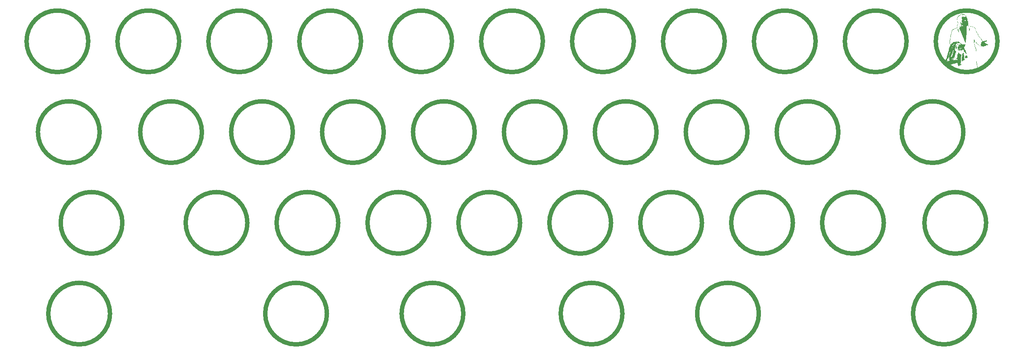
<source format=gbr>
%TF.GenerationSoftware,KiCad,Pcbnew,(7.0.0)*%
%TF.CreationDate,2023-09-28T15:09:28+02:00*%
%TF.ProjectId,travaulta WKL,74726176-6175-46c7-9461-20574b4c2e6b,rev?*%
%TF.SameCoordinates,Original*%
%TF.FileFunction,Legend,Top*%
%TF.FilePolarity,Positive*%
%FSLAX46Y46*%
G04 Gerber Fmt 4.6, Leading zero omitted, Abs format (unit mm)*
G04 Created by KiCad (PCBNEW (7.0.0)) date 2023-09-28 15:09:28*
%MOMM*%
%LPD*%
G01*
G04 APERTURE LIST*
%ADD10C,0.900000*%
%ADD11C,2.200000*%
%ADD12R,1.700000X1.700000*%
%ADD13O,1.700000X1.700000*%
%ADD14C,0.750000*%
%ADD15O,1.100000X1.700000*%
G04 APERTURE END LIST*
D10*
%TO.C,SW20*%
X217604500Y-76200000D02*
G75*
G03*
X217604500Y-76200000I-6467000J0D01*
G01*
%TO.C,SW27*%
X169979500Y-95250000D02*
G75*
G03*
X169979500Y-95250000I-6467000J0D01*
G01*
%TO.C,SW15*%
X122354500Y-76200000D02*
G75*
G03*
X122354500Y-76200000I-6467000J0D01*
G01*
%TO.C,SW18*%
X179504500Y-76200000D02*
G75*
G03*
X179504500Y-76200000I-6467000J0D01*
G01*
%TO.C,SW1*%
X60442000Y-57150000D02*
G75*
G03*
X60442000Y-57150000I-6467000J0D01*
G01*
%TO.C,SW9*%
X212842000Y-57150000D02*
G75*
G03*
X212842000Y-57150000I-6467000J0D01*
G01*
%TO.C,SW28*%
X189029500Y-95250000D02*
G75*
G03*
X189029500Y-95250000I-6467000J0D01*
G01*
%TO.C,SW4*%
X117592000Y-57150000D02*
G75*
G03*
X117592000Y-57150000I-6467000J0D01*
G01*
%TO.C,SW17*%
X160454500Y-76200000D02*
G75*
G03*
X160454500Y-76200000I-6467000J0D01*
G01*
%TO.C,SW12*%
X62825000Y-76200000D02*
G75*
G03*
X62825000Y-76200000I-6467000J0D01*
G01*
%TO.C,SW23*%
X93779500Y-95250000D02*
G75*
G03*
X93779500Y-95250000I-6467000J0D01*
G01*
%TO.C,SW34*%
X139022000Y-114300000D02*
G75*
G03*
X139022000Y-114300000I-6467000J0D01*
G01*
%TO.C,SW22*%
X67587000Y-95250000D02*
G75*
G03*
X67587000Y-95250000I-6467000J0D01*
G01*
%TO.C,SW16*%
X141404500Y-76200000D02*
G75*
G03*
X141404500Y-76200000I-6467000J0D01*
G01*
%TO.C,SW14*%
X103304500Y-76200000D02*
G75*
G03*
X103304500Y-76200000I-6467000J0D01*
G01*
%TO.C,SW7*%
X174742000Y-57150000D02*
G75*
G03*
X174742000Y-57150000I-6467000J0D01*
G01*
%TO.C,SW24*%
X112829500Y-95250000D02*
G75*
G03*
X112829500Y-95250000I-6467000J0D01*
G01*
%TO.C,SW11*%
X250942000Y-57150000D02*
G75*
G03*
X250942000Y-57150000I-6467000J0D01*
G01*
%TO.C,SW31*%
X248562000Y-95250000D02*
G75*
G03*
X248562000Y-95250000I-6467000J0D01*
G01*
%TO.C,SW2*%
X79492000Y-57150000D02*
G75*
G03*
X79492000Y-57150000I-6467000J0D01*
G01*
%TO.C,G\u002A\u002A\u002A*%
G36*
X242180616Y-58716357D02*
G01*
X242173263Y-58723711D01*
X242165909Y-58716357D01*
X242173263Y-58709004D01*
X242180616Y-58716357D01*
G37*
G36*
X242827750Y-62393254D02*
G01*
X242820396Y-62400608D01*
X242813042Y-62393254D01*
X242820396Y-62385900D01*
X242827750Y-62393254D01*
G37*
G36*
X242842458Y-62496207D02*
G01*
X242835104Y-62503561D01*
X242827750Y-62496207D01*
X242835104Y-62488853D01*
X242842458Y-62496207D01*
G37*
G36*
X243313100Y-61599044D02*
G01*
X243305747Y-61606398D01*
X243298393Y-61599044D01*
X243305747Y-61591690D01*
X243313100Y-61599044D01*
G37*
G36*
X243357223Y-54054053D02*
G01*
X243349869Y-54061407D01*
X243342516Y-54054053D01*
X243349869Y-54046699D01*
X243357223Y-54054053D01*
G37*
G36*
X243710205Y-53892269D02*
G01*
X243702851Y-53899623D01*
X243695498Y-53892269D01*
X243702851Y-53884916D01*
X243710205Y-53892269D01*
G37*
G36*
X244151433Y-54274667D02*
G01*
X244144079Y-54282020D01*
X244136725Y-54274667D01*
X244144079Y-54267313D01*
X244151433Y-54274667D01*
G37*
G36*
X244313216Y-58378083D02*
G01*
X244305862Y-58385437D01*
X244298509Y-58378083D01*
X244305862Y-58370729D01*
X244313216Y-58378083D01*
G37*
G36*
X244430877Y-58525159D02*
G01*
X244423523Y-58532513D01*
X244416169Y-58525159D01*
X244423523Y-58517805D01*
X244430877Y-58525159D01*
G37*
G36*
X244975058Y-54230544D02*
G01*
X244967704Y-54237898D01*
X244960350Y-54230544D01*
X244967704Y-54223190D01*
X244975058Y-54230544D01*
G37*
G36*
X242190421Y-58684491D02*
G01*
X242188402Y-58693235D01*
X242180616Y-58694296D01*
X242168510Y-58688915D01*
X242170811Y-58684491D01*
X242188266Y-58682731D01*
X242190421Y-58684491D01*
G37*
G36*
X242219837Y-60728845D02*
G01*
X242217818Y-60737589D01*
X242210031Y-60738650D01*
X242197925Y-60733269D01*
X242200226Y-60728845D01*
X242217681Y-60727085D01*
X242219837Y-60728845D01*
G37*
G36*
X243219952Y-53830988D02*
G01*
X243221713Y-53848442D01*
X243219952Y-53850598D01*
X243211209Y-53848579D01*
X243210147Y-53840793D01*
X243215529Y-53828687D01*
X243219952Y-53830988D01*
G37*
G36*
X243596221Y-51786698D02*
G01*
X243598069Y-51792066D01*
X243577837Y-51794116D01*
X243556958Y-51791805D01*
X243559452Y-51786698D01*
X243589564Y-51784755D01*
X243596221Y-51786698D01*
G37*
G36*
X243661180Y-53889818D02*
G01*
X243662940Y-53907273D01*
X243661180Y-53909428D01*
X243652436Y-53907409D01*
X243651375Y-53899623D01*
X243656756Y-53887517D01*
X243661180Y-53889818D01*
G37*
G36*
X244058285Y-60596477D02*
G01*
X244056266Y-60605221D01*
X244048480Y-60606282D01*
X244036374Y-60600901D01*
X244038675Y-60596477D01*
X244056129Y-60594717D01*
X244058285Y-60596477D01*
G37*
G36*
X242599583Y-59763980D02*
G01*
X242592236Y-59786685D01*
X242577524Y-59797365D01*
X242571192Y-59785620D01*
X242573416Y-59768115D01*
X242584439Y-59747853D01*
X242593458Y-59746525D01*
X242599583Y-59763980D01*
G37*
G36*
X242709662Y-55160960D02*
G01*
X242710089Y-55164476D01*
X242698897Y-55178756D01*
X242695382Y-55179183D01*
X242681102Y-55167991D01*
X242680674Y-55164476D01*
X242691866Y-55150195D01*
X242695382Y-55149768D01*
X242709662Y-55160960D01*
G37*
G36*
X242780869Y-62412926D02*
G01*
X242783627Y-62430023D01*
X242777468Y-62453922D01*
X242768920Y-62459438D01*
X242756970Y-62447120D01*
X242754212Y-62430023D01*
X242760371Y-62406123D01*
X242768920Y-62400608D01*
X242780869Y-62412926D01*
G37*
G36*
X242825798Y-62319135D02*
G01*
X242824992Y-62327989D01*
X242806371Y-62350278D01*
X242799254Y-62353727D01*
X242785579Y-62349712D01*
X242786385Y-62340858D01*
X242805006Y-62318569D01*
X242812123Y-62315120D01*
X242825798Y-62319135D01*
G37*
G36*
X242881525Y-62439033D02*
G01*
X242879227Y-62444730D01*
X242866010Y-62458761D01*
X242863651Y-62459438D01*
X242857334Y-62448059D01*
X242857165Y-62444730D01*
X242868472Y-62430588D01*
X242872741Y-62430023D01*
X242881525Y-62439033D01*
G37*
G36*
X243327156Y-59320402D02*
G01*
X243330749Y-59323781D01*
X243340826Y-59343795D01*
X243330749Y-59359079D01*
X243317578Y-59366319D01*
X243313208Y-59348509D01*
X243313100Y-59341430D01*
X243316066Y-59318053D01*
X243327156Y-59320402D01*
G37*
G36*
X245190674Y-54732310D02*
G01*
X245188318Y-54737956D01*
X245168834Y-54752114D01*
X245164520Y-54752663D01*
X245156546Y-54743601D01*
X245158902Y-54737956D01*
X245178386Y-54723797D01*
X245182700Y-54723248D01*
X245190674Y-54732310D01*
G37*
G36*
X244091958Y-52803510D02*
G01*
X244106933Y-52824830D01*
X244100433Y-52846589D01*
X244078763Y-52855385D01*
X244051156Y-52849433D01*
X244042156Y-52842344D01*
X244044386Y-52823925D01*
X244062832Y-52807067D01*
X244085371Y-52801222D01*
X244091958Y-52803510D01*
G37*
G36*
X242623773Y-55016216D02*
G01*
X242624588Y-55020279D01*
X242627563Y-55054895D01*
X242625336Y-55073108D01*
X242612112Y-55090447D01*
X242598461Y-55083566D01*
X242592654Y-55057846D01*
X242598205Y-55022252D01*
X242605388Y-55005017D01*
X242616102Y-54997101D01*
X242623773Y-55016216D01*
G37*
G36*
X243435021Y-51690657D02*
G01*
X243453338Y-51696419D01*
X243452705Y-51701026D01*
X243429939Y-51705460D01*
X243381853Y-51710699D01*
X243364577Y-51712336D01*
X243276331Y-51720565D01*
X243342516Y-51702329D01*
X243388149Y-51692613D01*
X243425349Y-51689561D01*
X243435021Y-51690657D01*
G37*
G36*
X242456376Y-57879067D02*
G01*
X242482988Y-57892265D01*
X242500306Y-57907147D01*
X242494918Y-57913057D01*
X242465576Y-57914326D01*
X242415271Y-57917827D01*
X242373653Y-57923986D01*
X242339175Y-57926433D01*
X242327692Y-57917150D01*
X242340424Y-57893499D01*
X242372368Y-57878266D01*
X242414145Y-57872955D01*
X242456376Y-57879067D01*
G37*
G36*
X243405023Y-52104103D02*
G01*
X243415949Y-52116532D01*
X243416053Y-52118336D01*
X243403553Y-52128583D01*
X243374863Y-52137028D01*
X243343196Y-52141083D01*
X243321766Y-52138158D01*
X243320370Y-52137081D01*
X243313298Y-52117388D01*
X243313100Y-52113392D01*
X243323067Y-52103027D01*
X243355220Y-52100339D01*
X243405023Y-52104103D01*
G37*
G36*
X242080759Y-60623842D02*
G01*
X242123343Y-60631035D01*
X242158657Y-60640522D01*
X242178537Y-60650258D01*
X242178979Y-60656058D01*
X242152987Y-60665227D01*
X242110759Y-60669351D01*
X242065137Y-60667800D01*
X242037941Y-60662968D01*
X241996252Y-60647642D01*
X241982972Y-60634075D01*
X241998041Y-60624462D01*
X242039069Y-60620990D01*
X242080759Y-60623842D01*
G37*
G36*
X244035813Y-60112480D02*
G01*
X244038001Y-60135334D01*
X244032524Y-60176085D01*
X244023950Y-60226458D01*
X244016505Y-60270555D01*
X244014473Y-60282715D01*
X244011368Y-60287412D01*
X244008595Y-60266983D01*
X244006653Y-60225717D01*
X244006360Y-60212854D01*
X244006668Y-60154673D01*
X244010829Y-60121039D01*
X244019641Y-60107244D01*
X244024410Y-60106224D01*
X244035813Y-60112480D01*
G37*
G36*
X240590779Y-61219368D02*
G01*
X240616414Y-61236412D01*
X240618361Y-61263844D01*
X240597399Y-61295725D01*
X240578727Y-61311365D01*
X240541725Y-61332412D01*
X240501846Y-61347474D01*
X240467568Y-61354367D01*
X240447368Y-61350909D01*
X240445121Y-61345779D01*
X240455013Y-61326124D01*
X240474161Y-61305232D01*
X240499694Y-61275262D01*
X240511490Y-61252835D01*
X240533899Y-61222984D01*
X240573313Y-61216099D01*
X240590779Y-61219368D01*
G37*
G36*
X243189972Y-53647823D02*
G01*
X243205318Y-53680682D01*
X243209791Y-53724538D01*
X243203214Y-53763544D01*
X243189823Y-53795722D01*
X243176880Y-53811146D01*
X243175560Y-53811378D01*
X243168647Y-53800607D01*
X243170979Y-53790267D01*
X243169774Y-53768946D01*
X243163190Y-53763859D01*
X243152882Y-53747240D01*
X243146103Y-53711938D01*
X243145084Y-53696725D01*
X243146323Y-53655928D01*
X243155374Y-53637669D01*
X243166314Y-53634887D01*
X243189972Y-53647823D01*
G37*
G36*
X242625232Y-57748540D02*
G01*
X242700287Y-57770442D01*
X242732151Y-57782992D01*
X242747829Y-57791321D01*
X242738516Y-57795101D01*
X242715512Y-57796138D01*
X242677058Y-57804694D01*
X242643195Y-57832637D01*
X242630195Y-57848610D01*
X242604267Y-57881286D01*
X242584681Y-57895105D01*
X242560109Y-57893063D01*
X242519222Y-57878152D01*
X242518891Y-57878025D01*
X242475116Y-57864273D01*
X242437188Y-57857239D01*
X242434322Y-57857083D01*
X242406578Y-57850337D01*
X242406052Y-57833300D01*
X242432642Y-57806572D01*
X242444702Y-57797597D01*
X242505106Y-57761728D01*
X242562727Y-57745506D01*
X242625232Y-57748540D01*
G37*
G36*
X243280266Y-53875704D02*
G01*
X243270511Y-53883657D01*
X243258479Y-53903398D01*
X243261999Y-53926882D01*
X243277524Y-53940378D01*
X243285114Y-53940206D01*
X243304818Y-53947898D01*
X243308814Y-53954787D01*
X243305104Y-53967028D01*
X243288591Y-53964617D01*
X243270328Y-53960009D01*
X243276454Y-53968196D01*
X243285984Y-53976251D01*
X243302069Y-54000735D01*
X243296284Y-54021575D01*
X243277530Y-54039852D01*
X243254822Y-54047094D01*
X243240208Y-54040328D01*
X243239212Y-54035668D01*
X243235914Y-54015319D01*
X243228192Y-53978829D01*
X243225961Y-53969078D01*
X243223201Y-53919538D01*
X243238688Y-53884818D01*
X243269712Y-53870522D01*
X243273705Y-53870433D01*
X243280266Y-53875704D01*
G37*
G36*
X242973817Y-54279140D02*
G01*
X242984076Y-54305761D01*
X242996204Y-54356590D01*
X243002027Y-54387535D01*
X243015140Y-54450876D01*
X243033731Y-54526880D01*
X243054040Y-54600282D01*
X243056400Y-54608148D01*
X243085289Y-54716399D01*
X243099521Y-54801825D01*
X243099101Y-54863755D01*
X243084036Y-54901519D01*
X243054329Y-54914445D01*
X243053917Y-54914447D01*
X243041895Y-54905758D01*
X243035482Y-54876698D01*
X243033656Y-54825234D01*
X243031490Y-54773011D01*
X243025886Y-54730148D01*
X243020069Y-54710634D01*
X243011078Y-54681959D01*
X243000663Y-54629550D01*
X242989668Y-54559001D01*
X242978936Y-54475906D01*
X242969311Y-54385858D01*
X242966520Y-54355558D01*
X242963812Y-54302934D01*
X242966654Y-54277829D01*
X242973817Y-54279140D01*
G37*
G36*
X244768407Y-62097331D02*
G01*
X244770641Y-62113562D01*
X244745593Y-62139672D01*
X244744543Y-62140502D01*
X244706224Y-62170644D01*
X244717216Y-62333425D01*
X244726054Y-62464641D01*
X244733048Y-62569448D01*
X244738373Y-62650783D01*
X244742202Y-62711583D01*
X244744710Y-62754785D01*
X244746070Y-62783326D01*
X244746458Y-62800142D01*
X244746048Y-62808172D01*
X244745485Y-62810003D01*
X244737104Y-62802699D01*
X244724535Y-62782083D01*
X244716005Y-62750060D01*
X244710442Y-62694767D01*
X244708390Y-62622250D01*
X244708476Y-62603341D01*
X244707587Y-62531820D01*
X244703923Y-62463219D01*
X244698165Y-62408264D01*
X244694942Y-62390258D01*
X244688457Y-62338872D01*
X244688406Y-62279008D01*
X244693758Y-62217644D01*
X244703484Y-62161761D01*
X244716555Y-62118336D01*
X244731941Y-62094349D01*
X244738977Y-62091748D01*
X244768407Y-62097331D01*
G37*
G36*
X243587292Y-51597886D02*
G01*
X243621960Y-51597886D01*
X243629313Y-51605240D01*
X243636667Y-51597886D01*
X243629313Y-51590532D01*
X243621960Y-51597886D01*
X243587292Y-51597886D01*
X243617253Y-51582038D01*
X243656102Y-51575624D01*
X243701055Y-51572620D01*
X243735943Y-51566555D01*
X243761759Y-51565166D01*
X243769036Y-51573132D01*
X243756333Y-51586271D01*
X243728590Y-51594706D01*
X243705599Y-51598877D01*
X243708888Y-51601451D01*
X243739620Y-51603682D01*
X243791097Y-51606531D01*
X243732267Y-51627725D01*
X243687960Y-51641342D01*
X243650866Y-51648875D01*
X243644021Y-51649366D01*
X243624702Y-51651925D01*
X243632586Y-51661362D01*
X243636667Y-51664070D01*
X243648516Y-51674902D01*
X243634014Y-51678413D01*
X243626862Y-51678553D01*
X243598568Y-51686196D01*
X243588338Y-51697162D01*
X243577213Y-51708106D01*
X243553369Y-51698882D01*
X243552231Y-51698216D01*
X243523454Y-51688465D01*
X243506186Y-51697481D01*
X243492049Y-51704868D01*
X243489591Y-51699699D01*
X243498209Y-51675110D01*
X243518003Y-51646026D01*
X243539881Y-51624389D01*
X243550306Y-51619948D01*
X243571947Y-51610522D01*
X243587292Y-51597886D01*
G37*
G36*
X244995525Y-54266015D02*
G01*
X244997119Y-54267313D01*
X245015596Y-54288325D01*
X245019180Y-54298093D01*
X245024896Y-54317245D01*
X245039716Y-54354170D01*
X245055949Y-54390949D01*
X245075485Y-54434868D01*
X245088820Y-54467159D01*
X245092718Y-54479195D01*
X245098306Y-54495822D01*
X245112762Y-54530708D01*
X245127761Y-54564706D01*
X245156601Y-54631109D01*
X245172023Y-54675156D01*
X245174118Y-54700622D01*
X245162978Y-54711280D01*
X245138695Y-54710902D01*
X245131285Y-54709656D01*
X245124097Y-54719351D01*
X245126129Y-54736939D01*
X245122127Y-54766709D01*
X245096025Y-54808262D01*
X245075282Y-54833165D01*
X245041717Y-54868597D01*
X245014297Y-54892744D01*
X245001295Y-54899739D01*
X244994067Y-54885234D01*
X244990893Y-54841975D01*
X244991795Y-54770343D01*
X244992875Y-54743129D01*
X244997143Y-54668842D01*
X245002731Y-54618808D01*
X245010566Y-54587867D01*
X245021579Y-54570858D01*
X245024316Y-54568622D01*
X245035345Y-54557917D01*
X245039635Y-54542475D01*
X245036657Y-54516103D01*
X245025881Y-54472607D01*
X245011925Y-54423504D01*
X244990742Y-54347642D01*
X244978780Y-54296793D01*
X244975768Y-54268126D01*
X244981439Y-54258810D01*
X244995525Y-54266015D01*
G37*
G36*
X242705769Y-54325096D02*
G01*
X242714180Y-54361887D01*
X242720624Y-54415526D01*
X242724202Y-54479730D01*
X242724635Y-54509253D01*
X242723465Y-54557532D01*
X242719063Y-54580448D01*
X242710436Y-54581964D01*
X242707148Y-54579114D01*
X242683461Y-54562605D01*
X242672602Y-54570780D01*
X242673497Y-54587203D01*
X242678353Y-54614890D01*
X242679549Y-54623377D01*
X242689874Y-54639901D01*
X242713383Y-54665767D01*
X242715144Y-54667499D01*
X242744615Y-54703996D01*
X242767518Y-54752165D01*
X242786475Y-54818624D01*
X242798458Y-54877678D01*
X242809443Y-54938032D01*
X242822767Y-55011444D01*
X242835547Y-55082026D01*
X242835552Y-55082053D01*
X242846579Y-55140556D01*
X242856760Y-55190273D01*
X242864199Y-55222032D01*
X242865200Y-55225452D01*
X242865361Y-55248264D01*
X242850355Y-55250518D01*
X242831019Y-55234337D01*
X242819134Y-55215018D01*
X242796946Y-55174757D01*
X242767328Y-55118909D01*
X242733152Y-55052832D01*
X242722588Y-55032107D01*
X242629198Y-54848263D01*
X242630280Y-54685841D01*
X242633091Y-54613679D01*
X242639938Y-54538297D01*
X242649815Y-54465398D01*
X242661719Y-54400683D01*
X242674643Y-54349851D01*
X242687582Y-54318605D01*
X242696293Y-54311436D01*
X242705769Y-54325096D01*
G37*
G36*
X243831416Y-59538708D02*
G01*
X243860586Y-59561059D01*
X243863801Y-59565316D01*
X243878491Y-59602038D01*
X243886369Y-59654236D01*
X243886966Y-59671946D01*
X243889229Y-59718798D01*
X243895091Y-59784260D01*
X243903534Y-59857891D01*
X243909227Y-59900318D01*
X243920096Y-59986695D01*
X243930044Y-60083340D01*
X243937421Y-60173648D01*
X243939152Y-60201824D01*
X243943997Y-60272389D01*
X243950366Y-60338867D01*
X243957216Y-60391154D01*
X243960526Y-60408953D01*
X243969185Y-60464856D01*
X243973111Y-60524740D01*
X243973118Y-60533968D01*
X243974075Y-60571873D01*
X243978300Y-60619048D01*
X243986455Y-60680583D01*
X243999200Y-60761564D01*
X244014044Y-60848957D01*
X244019516Y-60888337D01*
X244025456Y-60942723D01*
X244028968Y-60981326D01*
X244036241Y-61069571D01*
X243972500Y-61094701D01*
X243929895Y-61110374D01*
X243869357Y-61131235D01*
X243801062Y-61153813D01*
X243768681Y-61164188D01*
X243705635Y-61185315D01*
X243650845Y-61205788D01*
X243612046Y-61222614D01*
X243599944Y-61229503D01*
X243581116Y-61247505D01*
X243581710Y-61267786D01*
X243591845Y-61288878D01*
X243604259Y-61318045D01*
X243598471Y-61336300D01*
X243584091Y-61348719D01*
X243552647Y-61367857D01*
X243533770Y-61364493D01*
X243523133Y-61345338D01*
X243504542Y-61315037D01*
X243494158Y-61304893D01*
X243474269Y-61278360D01*
X243452857Y-61232712D01*
X243433384Y-61177821D01*
X243419315Y-61123559D01*
X243414112Y-61079800D01*
X243414188Y-61076925D01*
X243420362Y-61029886D01*
X243433099Y-60975172D01*
X243437913Y-60959264D01*
X243447203Y-60919352D01*
X243457051Y-60858071D01*
X243466348Y-60783425D01*
X243473980Y-60703412D01*
X243474678Y-60694528D01*
X243482747Y-60592442D01*
X243489909Y-60511676D01*
X243497166Y-60444197D01*
X243505521Y-60381971D01*
X243515979Y-60316965D01*
X243529542Y-60241146D01*
X243534922Y-60212108D01*
X243547623Y-60129991D01*
X243557356Y-60040603D01*
X243562615Y-59958910D01*
X243563129Y-59931656D01*
X243570308Y-59811813D01*
X243591500Y-59714335D01*
X243626187Y-59640389D01*
X243673852Y-59591136D01*
X243724131Y-59569569D01*
X243758185Y-59558618D01*
X243777089Y-59546205D01*
X243799842Y-59532932D01*
X243831416Y-59538708D01*
G37*
G36*
X244447600Y-60128286D02*
G01*
X244475000Y-60128286D01*
X244482353Y-60135639D01*
X244489707Y-60128286D01*
X244482353Y-60120932D01*
X244475000Y-60128286D01*
X244447600Y-60128286D01*
X244451730Y-60113221D01*
X244473791Y-60107250D01*
X244512244Y-60114657D01*
X244531490Y-60124521D01*
X244549418Y-60146122D01*
X244568712Y-60184243D01*
X244592059Y-60243666D01*
X244605052Y-60279905D01*
X244622912Y-60325748D01*
X244639919Y-60361600D01*
X244647429Y-60373420D01*
X244662900Y-60401759D01*
X244674777Y-60436790D01*
X244690228Y-60480312D01*
X244712675Y-60526055D01*
X244713899Y-60528152D01*
X244734746Y-60569220D01*
X244737810Y-60596935D01*
X244720157Y-60614301D01*
X244678857Y-60624325D01*
X244614722Y-60629802D01*
X244545207Y-60635063D01*
X244474799Y-60642513D01*
X244418425Y-60650568D01*
X244417145Y-60650796D01*
X244366658Y-60657807D01*
X244311003Y-60662402D01*
X244256407Y-60664549D01*
X244209095Y-60664217D01*
X244175293Y-60661376D01*
X244161226Y-60655994D01*
X244163982Y-60652050D01*
X244176219Y-60638004D01*
X244170336Y-60615454D01*
X244164573Y-60604476D01*
X244151260Y-60572332D01*
X244148737Y-60552238D01*
X244141583Y-60529335D01*
X244137115Y-60525632D01*
X244124426Y-60504662D01*
X244122018Y-60487754D01*
X244116171Y-60464322D01*
X244108437Y-60459206D01*
X244104987Y-60447959D01*
X244114312Y-60420384D01*
X244116708Y-60415405D01*
X244130230Y-60391264D01*
X244145594Y-60379100D01*
X244171458Y-60376176D01*
X244216479Y-60379754D01*
X244226244Y-60380768D01*
X244274799Y-60384858D01*
X244299915Y-60383509D01*
X244307220Y-60375783D01*
X244305356Y-60367591D01*
X244287508Y-60347109D01*
X244253669Y-60323712D01*
X244242492Y-60317659D01*
X244206780Y-60298465D01*
X244183809Y-60284181D01*
X244180848Y-60281643D01*
X244162368Y-60270127D01*
X244144311Y-60262398D01*
X244128012Y-60253968D01*
X244132959Y-60244505D01*
X244162021Y-60228868D01*
X244163428Y-60228187D01*
X244195179Y-60207040D01*
X244204796Y-60187188D01*
X244204284Y-60185395D01*
X244203806Y-60163211D01*
X244223921Y-60158584D01*
X244261417Y-60171791D01*
X244275498Y-60179229D01*
X244309199Y-60196294D01*
X244324637Y-60197693D01*
X244327924Y-60186865D01*
X244337956Y-60171633D01*
X244370920Y-60165406D01*
X244386754Y-60165055D01*
X244425243Y-60162588D01*
X244442254Y-60152618D01*
X244445584Y-60135639D01*
X244447600Y-60128286D01*
G37*
G36*
X242149021Y-58534182D02*
G01*
X242268862Y-58534182D01*
X242280938Y-58544370D01*
X242309068Y-58546341D01*
X242341110Y-58540246D01*
X242356681Y-58533087D01*
X242371731Y-58518527D01*
X242371389Y-58512994D01*
X242352380Y-58509621D01*
X242320663Y-58513300D01*
X242288993Y-58521395D01*
X242270121Y-58531271D01*
X242268862Y-58534182D01*
X242149021Y-58534182D01*
X242155313Y-58378906D01*
X242159998Y-58283559D01*
X242166285Y-58212630D01*
X242175799Y-58161121D01*
X242190167Y-58124035D01*
X242211013Y-58096372D01*
X242239962Y-58073137D01*
X242258630Y-58061223D01*
X242297761Y-58044908D01*
X242345338Y-58035038D01*
X242391388Y-58032453D01*
X242425934Y-58037994D01*
X242437377Y-58046156D01*
X242433599Y-58063920D01*
X242417539Y-58079684D01*
X242377135Y-58115607D01*
X242335585Y-58165155D01*
X242296424Y-58222210D01*
X242263193Y-58280657D01*
X242239427Y-58334377D01*
X242228665Y-58377253D01*
X242232149Y-58400236D01*
X242248237Y-58408900D01*
X242266385Y-58393797D01*
X242282618Y-58359948D01*
X242291066Y-58325760D01*
X242301236Y-58289285D01*
X242314635Y-58269158D01*
X242318746Y-58267776D01*
X242343687Y-58279323D01*
X242375478Y-58308422D01*
X242406958Y-58346758D01*
X242430971Y-58386016D01*
X242439046Y-58407498D01*
X242454174Y-58455292D01*
X242470035Y-58492413D01*
X242479912Y-58516169D01*
X242480031Y-58537516D01*
X242468097Y-58564875D01*
X242441816Y-58606667D01*
X242436870Y-58614135D01*
X242391799Y-58675163D01*
X242355764Y-58708642D01*
X242328373Y-58714888D01*
X242318661Y-58708797D01*
X242296891Y-58701878D01*
X242267350Y-58705414D01*
X242244272Y-58716416D01*
X242239447Y-58725427D01*
X242252172Y-58735496D01*
X242279893Y-58740422D01*
X242305140Y-58742427D01*
X242302381Y-58745575D01*
X242287246Y-58748798D01*
X242260416Y-58764096D01*
X242254154Y-58790918D01*
X242245279Y-58820113D01*
X242221374Y-58825058D01*
X242201225Y-58815408D01*
X242186813Y-58790695D01*
X242189005Y-58757293D01*
X242206754Y-58730040D01*
X242207291Y-58729637D01*
X242220858Y-58712331D01*
X242218857Y-58686942D01*
X242254154Y-58686942D01*
X242261508Y-58694296D01*
X242268862Y-58686942D01*
X242261508Y-58679589D01*
X242254154Y-58686942D01*
X242218857Y-58686942D01*
X242218716Y-58685153D01*
X242213019Y-58667130D01*
X242208302Y-58650173D01*
X242239447Y-58650173D01*
X242244465Y-58664499D01*
X242245932Y-58664881D01*
X242258489Y-58654575D01*
X242261508Y-58650173D01*
X242260342Y-58636621D01*
X242255022Y-58635466D01*
X242240045Y-58646142D01*
X242239447Y-58650173D01*
X242208302Y-58650173D01*
X242204123Y-58635148D01*
X242208679Y-58622330D01*
X242218150Y-58620758D01*
X242237181Y-58609976D01*
X242239447Y-58601244D01*
X242228490Y-58588100D01*
X242193793Y-58588432D01*
X242192995Y-58588548D01*
X242146542Y-58595365D01*
X242148195Y-58554574D01*
X242239447Y-58554574D01*
X242246800Y-58561928D01*
X242254154Y-58554574D01*
X242246800Y-58547220D01*
X242239447Y-58554574D01*
X242148195Y-58554574D01*
X242149021Y-58534182D01*
G37*
G36*
X243500220Y-52488563D02*
G01*
X244563245Y-52488563D01*
X244574463Y-52502007D01*
X244577953Y-52502403D01*
X244590860Y-52490431D01*
X244592660Y-52479473D01*
X244585530Y-52464250D01*
X244577953Y-52465634D01*
X244563806Y-52484437D01*
X244563245Y-52488563D01*
X243500220Y-52488563D01*
X243489444Y-52441735D01*
X243475786Y-52415060D01*
X243455215Y-52378778D01*
X243441544Y-52324211D01*
X243435994Y-52261936D01*
X243439788Y-52202529D01*
X243447606Y-52171109D01*
X243458585Y-52128418D01*
X243453424Y-52098606D01*
X243449734Y-52091954D01*
X243442272Y-52070921D01*
X243453650Y-52051499D01*
X243475980Y-52033275D01*
X243504593Y-52006612D01*
X243518696Y-51982667D01*
X243519007Y-51979843D01*
X243529127Y-51960590D01*
X243537530Y-51958222D01*
X243558919Y-51946952D01*
X243575102Y-51927721D01*
X243595801Y-51907210D01*
X243628878Y-51885235D01*
X243664637Y-51866958D01*
X243693376Y-51857545D01*
X243704144Y-51859012D01*
X243698838Y-51872039D01*
X243678501Y-51897028D01*
X243650305Y-51926655D01*
X243621428Y-51953592D01*
X243599043Y-51970514D01*
X243592577Y-51972930D01*
X243579105Y-51984660D01*
X243577837Y-51992630D01*
X243565780Y-52012333D01*
X243538831Y-52030103D01*
X243513259Y-52047502D01*
X243513864Y-52061915D01*
X243534909Y-52063163D01*
X243577546Y-52048879D01*
X243630085Y-52024488D01*
X243690969Y-51995053D01*
X243733194Y-51979071D01*
X243763666Y-51975447D01*
X243789292Y-51983085D01*
X243810072Y-51995956D01*
X243834684Y-52006966D01*
X243875052Y-52014835D01*
X243935691Y-52020150D01*
X244021116Y-52023494D01*
X244022928Y-52023541D01*
X244098313Y-52025261D01*
X244150167Y-52025264D01*
X244184366Y-52022584D01*
X244206785Y-52016254D01*
X244223299Y-52005308D01*
X244239783Y-51988781D01*
X244240778Y-51987721D01*
X244288903Y-51920700D01*
X244307650Y-51853174D01*
X244297041Y-51784484D01*
X244257102Y-51713975D01*
X244250979Y-51706155D01*
X244218288Y-51673935D01*
X244176097Y-51643614D01*
X244130569Y-51618054D01*
X244087865Y-51600117D01*
X244054148Y-51592666D01*
X244035578Y-51598565D01*
X244033772Y-51605240D01*
X244045622Y-51618431D01*
X244054965Y-51619948D01*
X244077335Y-51628140D01*
X244091235Y-51645172D01*
X244089327Y-51657541D01*
X244071631Y-51657605D01*
X244043670Y-51645152D01*
X244017344Y-51627002D01*
X244004554Y-51609974D01*
X244004472Y-51608917D01*
X243992630Y-51590354D01*
X243985972Y-51588292D01*
X243957032Y-51583538D01*
X243952880Y-51582635D01*
X243928896Y-51579780D01*
X243891143Y-51577580D01*
X243889505Y-51577521D01*
X243857641Y-51572508D01*
X243849599Y-51561823D01*
X243850206Y-51560666D01*
X243869686Y-51552586D01*
X243905836Y-51552368D01*
X243913581Y-51553328D01*
X243967588Y-51561149D01*
X243923465Y-51539898D01*
X243832689Y-51509035D01*
X243723444Y-51492728D01*
X243602836Y-51491003D01*
X243477972Y-51503886D01*
X243355957Y-51531400D01*
X243335162Y-51537807D01*
X243223843Y-51579071D01*
X243123095Y-51629247D01*
X243026031Y-51692692D01*
X242925763Y-51773762D01*
X242845646Y-51847479D01*
X242768486Y-51923987D01*
X242709860Y-51989245D01*
X242664963Y-52049909D01*
X242628989Y-52112634D01*
X242597134Y-52184074D01*
X242590483Y-52200897D01*
X242560096Y-52297184D01*
X242538168Y-52403639D01*
X242525800Y-52510946D01*
X242524095Y-52609786D01*
X242533108Y-52686247D01*
X242543729Y-52741013D01*
X242555022Y-52808628D01*
X242562918Y-52862738D01*
X242575940Y-52932649D01*
X242596849Y-53014119D01*
X242623114Y-53099703D01*
X242652206Y-53181960D01*
X242681595Y-53253445D01*
X242708751Y-53306716D01*
X242719024Y-53322053D01*
X242757021Y-53371870D01*
X242719928Y-53426164D01*
X242690677Y-53474941D01*
X242657896Y-53538618D01*
X242626343Y-53606937D01*
X242600779Y-53669639D01*
X242586700Y-53713301D01*
X242572781Y-53748267D01*
X242547518Y-53794765D01*
X242525663Y-53828935D01*
X242498139Y-53872335D01*
X242478981Y-53908960D01*
X242473074Y-53927012D01*
X242476404Y-53986188D01*
X242497786Y-54028128D01*
X242505610Y-54036241D01*
X242529375Y-54064108D01*
X242531647Y-54078622D01*
X242514562Y-54075495D01*
X242493153Y-54061239D01*
X242441487Y-54006645D01*
X242417620Y-53947450D01*
X242421960Y-53886603D01*
X242454911Y-53827051D01*
X242460060Y-53820979D01*
X242486550Y-53788793D01*
X242502291Y-53765772D01*
X242504183Y-53760726D01*
X242510035Y-53742501D01*
X242525687Y-53704307D01*
X242548287Y-53652731D01*
X242574982Y-53594357D01*
X242590563Y-53561349D01*
X242609343Y-53525663D01*
X242635163Y-53480673D01*
X242644162Y-53465749D01*
X242671836Y-53406657D01*
X242679264Y-53355786D01*
X242665911Y-53318455D01*
X242659558Y-53312104D01*
X242640937Y-53285309D01*
X242629113Y-53252104D01*
X242616551Y-53211324D01*
X242596921Y-53162747D01*
X242591217Y-53150501D01*
X242577462Y-53119423D01*
X242565635Y-53085243D01*
X242554324Y-53042228D01*
X242542113Y-52984643D01*
X242527592Y-52906752D01*
X242518494Y-52855385D01*
X242507405Y-52794405D01*
X242496028Y-52735446D01*
X242488896Y-52700955D01*
X242473821Y-52575683D01*
X242478594Y-52438557D01*
X242501895Y-52298151D01*
X242542407Y-52163039D01*
X242586937Y-52063359D01*
X242637816Y-51970242D01*
X242680449Y-51900185D01*
X242718005Y-51849135D01*
X242753654Y-51813044D01*
X242790567Y-51787860D01*
X242810084Y-51778271D01*
X242889707Y-51737762D01*
X242975267Y-51685707D01*
X243054063Y-51630205D01*
X243095555Y-51596191D01*
X243156527Y-51555421D01*
X243231288Y-51525589D01*
X243235278Y-51524482D01*
X243300440Y-51506560D01*
X243372496Y-51486385D01*
X243408700Y-51476094D01*
X243465743Y-51463499D01*
X243535815Y-51455478D01*
X243625042Y-51451493D01*
X243695821Y-51450810D01*
X243795726Y-51452425D01*
X243873184Y-51458146D01*
X243935031Y-51469284D01*
X243988102Y-51487152D01*
X244039234Y-51513062D01*
X244048480Y-51518513D01*
X244073790Y-51531969D01*
X244114940Y-51552226D01*
X244144867Y-51566405D01*
X244233472Y-51618137D01*
X244303869Y-51680531D01*
X244353248Y-51749764D01*
X244378797Y-51822013D01*
X244379320Y-51885157D01*
X244376155Y-51917312D01*
X244380089Y-51948446D01*
X244393395Y-51986339D01*
X244418349Y-52038770D01*
X244431997Y-52065354D01*
X244467556Y-52130369D01*
X244506181Y-52195482D01*
X244540845Y-52248970D01*
X244548489Y-52259727D01*
X244592808Y-52328020D01*
X244623931Y-52391925D01*
X244639745Y-52445937D01*
X244638136Y-52484547D01*
X244636320Y-52488561D01*
X244622862Y-52534868D01*
X244631263Y-52575206D01*
X244643750Y-52590327D01*
X244657135Y-52606385D01*
X244654647Y-52627114D01*
X244643750Y-52650228D01*
X244624202Y-52711669D01*
X244631683Y-52766024D01*
X244644605Y-52788335D01*
X244661650Y-52819004D01*
X244666198Y-52837855D01*
X244676115Y-52859250D01*
X244701562Y-52891554D01*
X244723343Y-52914284D01*
X244760409Y-52957401D01*
X244789762Y-53004030D01*
X244798523Y-53024389D01*
X244808529Y-53063273D01*
X244804117Y-53091349D01*
X244783057Y-53124352D01*
X244749555Y-53169665D01*
X244783273Y-53228250D01*
X244795667Y-53251018D01*
X244804334Y-53272781D01*
X244809676Y-53298755D01*
X244812096Y-53334152D01*
X244811996Y-53384186D01*
X244809779Y-53454070D01*
X244806626Y-53530722D01*
X244800267Y-53647534D01*
X244792357Y-53735236D01*
X244782909Y-53793729D01*
X244775289Y-53817442D01*
X244761974Y-53847568D01*
X244757851Y-53863120D01*
X244758057Y-53863434D01*
X244798927Y-53887325D01*
X244859172Y-53909842D01*
X244928807Y-53927809D01*
X244990552Y-53937396D01*
X245062730Y-53947159D01*
X245139973Y-53961745D01*
X245195625Y-53975340D01*
X245254082Y-53989717D01*
X245309548Y-53999587D01*
X245344040Y-54002576D01*
X245390677Y-54007104D01*
X245446653Y-54018525D01*
X245469101Y-54024765D01*
X245509568Y-54035716D01*
X245571532Y-54050676D01*
X245647635Y-54067947D01*
X245730519Y-54085830D01*
X245761368Y-54092248D01*
X245861694Y-54113730D01*
X245939351Y-54133172D01*
X246000696Y-54153323D01*
X246052084Y-54176930D01*
X246099870Y-54206742D01*
X246150409Y-54245506D01*
X246187298Y-54276424D01*
X246246434Y-54329463D01*
X246286140Y-54373631D01*
X246311135Y-54416860D01*
X246326135Y-54467079D01*
X246334974Y-54524696D01*
X246349470Y-54597057D01*
X246376549Y-54687938D01*
X246413472Y-54790745D01*
X246457499Y-54898887D01*
X246505891Y-55005773D01*
X246555909Y-55104812D01*
X246604815Y-55189412D01*
X246622228Y-55215952D01*
X246655494Y-55266390D01*
X246690803Y-55322636D01*
X246701868Y-55340967D01*
X246735387Y-55394497D01*
X246772329Y-55449476D01*
X246784084Y-55465981D01*
X246827549Y-55538746D01*
X246868358Y-55630835D01*
X246902752Y-55732177D01*
X246926974Y-55832702D01*
X246931779Y-55861772D01*
X246949081Y-55954506D01*
X246971157Y-56021453D01*
X246999584Y-56066067D01*
X247035940Y-56091801D01*
X247037056Y-56092270D01*
X247112956Y-56137251D01*
X247168815Y-56202544D01*
X247183224Y-56228489D01*
X247230978Y-56304865D01*
X247284316Y-56356013D01*
X247338284Y-56379321D01*
X247379891Y-56395293D01*
X247419327Y-56428984D01*
X247459177Y-56483564D01*
X247502027Y-56562206D01*
X247522593Y-56605455D01*
X247580874Y-56712907D01*
X247650592Y-56803339D01*
X247664949Y-56818715D01*
X247717917Y-56879169D01*
X247752882Y-56933459D01*
X247776272Y-56991424D01*
X247804023Y-57058433D01*
X247838917Y-57099125D01*
X247884746Y-57116405D01*
X247936983Y-57114576D01*
X247977735Y-57108508D01*
X248037962Y-57099812D01*
X248107998Y-57089874D01*
X248150056Y-57083984D01*
X248217368Y-57073019D01*
X248276561Y-57060491D01*
X248319708Y-57048230D01*
X248335594Y-57041141D01*
X248359538Y-57030920D01*
X248404463Y-57015973D01*
X248462741Y-56998423D01*
X248526748Y-56980394D01*
X248588856Y-56964011D01*
X248641440Y-56951397D01*
X248676874Y-56944677D01*
X248683995Y-56944109D01*
X248707821Y-56956784D01*
X248728766Y-56987479D01*
X248739799Y-57025093D01*
X248740199Y-57032878D01*
X248731578Y-57065486D01*
X248710005Y-57105366D01*
X248681914Y-57143552D01*
X248653739Y-57171081D01*
X248635012Y-57179415D01*
X248614476Y-57185555D01*
X248578492Y-57201093D01*
X248559321Y-57210376D01*
X248498693Y-57231841D01*
X248421116Y-57246170D01*
X248390971Y-57249074D01*
X248330639Y-57255181D01*
X248290801Y-57264667D01*
X248262543Y-57280304D01*
X248247572Y-57293657D01*
X248222995Y-57321037D01*
X248210968Y-57339939D01*
X248210726Y-57341430D01*
X248220064Y-57357360D01*
X248244082Y-57386702D01*
X248265880Y-57410624D01*
X248302504Y-57452881D01*
X248333625Y-57494829D01*
X248344394Y-57512400D01*
X248371199Y-57545084D01*
X248416756Y-57573024D01*
X248454701Y-57588993D01*
X248511521Y-57613051D01*
X248565785Y-57639977D01*
X248594276Y-57656666D01*
X248630268Y-57677926D01*
X248684303Y-57706998D01*
X248747740Y-57739313D01*
X248787021Y-57758506D01*
X248856325Y-57792443D01*
X248903658Y-57818347D01*
X248933860Y-57840284D01*
X248951771Y-57862318D01*
X248962232Y-57888516D01*
X248967396Y-57910019D01*
X248971444Y-57938108D01*
X248964492Y-57956345D01*
X248940680Y-57972294D01*
X248907149Y-57987784D01*
X248851683Y-58005725D01*
X248795345Y-58008405D01*
X248732071Y-57994827D01*
X248655794Y-57963993D01*
X248603086Y-57937746D01*
X248551241Y-57912916D01*
X248506166Y-57895199D01*
X248471948Y-57885422D01*
X248452672Y-57884411D01*
X248452424Y-57892991D01*
X248475144Y-57911889D01*
X248529818Y-57954993D01*
X248557748Y-57993451D01*
X248560180Y-58031660D01*
X248538360Y-58074021D01*
X248525632Y-58090157D01*
X248479831Y-58126421D01*
X248429381Y-58136826D01*
X248380801Y-58121049D01*
X248355053Y-58098639D01*
X248324442Y-58072144D01*
X248296636Y-58061478D01*
X248278401Y-58067187D01*
X248276501Y-58089818D01*
X248277245Y-58092339D01*
X248275458Y-58127670D01*
X248251802Y-58157930D01*
X248213782Y-58179624D01*
X248168903Y-58189258D01*
X248124669Y-58183337D01*
X248104312Y-58172879D01*
X248074033Y-58155573D01*
X248050375Y-58155048D01*
X248028461Y-58174393D01*
X248003417Y-58216699D01*
X247988852Y-58246068D01*
X247959843Y-58295709D01*
X247920961Y-58348366D01*
X247877577Y-58398237D01*
X247835063Y-58439522D01*
X247798791Y-58466420D01*
X247778072Y-58473682D01*
X247743447Y-58464433D01*
X247697587Y-58440787D01*
X247650303Y-58408895D01*
X247611406Y-58374910D01*
X247600630Y-58362421D01*
X247563271Y-58324632D01*
X247514143Y-58288479D01*
X247492820Y-58276299D01*
X247447901Y-58251123D01*
X247389785Y-58215467D01*
X247329195Y-58175967D01*
X247313564Y-58165340D01*
X247251526Y-58123023D01*
X247186852Y-58079400D01*
X247131666Y-58042640D01*
X247122365Y-58036523D01*
X247072286Y-57999508D01*
X247013996Y-57950234D01*
X246958862Y-57898395D01*
X246950902Y-57890314D01*
X246908811Y-57848605D01*
X246873501Y-57816542D01*
X246850474Y-57798999D01*
X246845762Y-57797133D01*
X246827971Y-57787226D01*
X246797275Y-57761820D01*
X246760323Y-57727393D01*
X246723766Y-57690420D01*
X246694254Y-57657378D01*
X246678436Y-57634742D01*
X246678047Y-57633802D01*
X246660359Y-57617885D01*
X246623408Y-57599397D01*
X246590146Y-57587260D01*
X246509112Y-57550752D01*
X246453503Y-57499982D01*
X246422623Y-57434211D01*
X246417044Y-57403579D01*
X246409021Y-57358697D01*
X246395994Y-57335989D01*
X246379632Y-57328962D01*
X246335244Y-57315358D01*
X246278793Y-57290294D01*
X246218747Y-57258481D01*
X246163574Y-57224628D01*
X246121739Y-57193445D01*
X246105413Y-57176425D01*
X246073826Y-57132065D01*
X246105540Y-57041756D01*
X246126788Y-56974897D01*
X246135369Y-56927497D01*
X246131654Y-56892649D01*
X246116014Y-56863446D01*
X246115175Y-56862336D01*
X246097137Y-56843507D01*
X246084162Y-56848333D01*
X246078631Y-56855848D01*
X246071199Y-56882374D01*
X246066212Y-56931563D01*
X246063576Y-56996771D01*
X246063198Y-57071356D01*
X246064983Y-57148673D01*
X246068838Y-57222081D01*
X246074670Y-57284937D01*
X246082384Y-57330597D01*
X246085480Y-57341198D01*
X246097931Y-57395839D01*
X246105576Y-57472093D01*
X246107685Y-57545277D01*
X246108987Y-57617962D01*
X246113793Y-57670965D01*
X246123720Y-57713957D01*
X246140381Y-57756610D01*
X246144454Y-57765502D01*
X246164993Y-57818498D01*
X246178283Y-57869825D01*
X246181080Y-57895420D01*
X246188197Y-57967004D01*
X246208465Y-58058978D01*
X246240260Y-58166296D01*
X246281956Y-58283912D01*
X246331928Y-58406781D01*
X246379156Y-58510451D01*
X246407350Y-58570406D01*
X246431213Y-58623263D01*
X246447413Y-58661533D01*
X246451984Y-58674095D01*
X246466426Y-58734119D01*
X246480539Y-58812783D01*
X246492845Y-58899338D01*
X246501869Y-58983032D01*
X246506133Y-59053113D01*
X246506269Y-59069340D01*
X246508417Y-59136005D01*
X246514953Y-59215321D01*
X246524511Y-59291090D01*
X246525493Y-59297307D01*
X246529687Y-59329529D01*
X246533267Y-59371616D01*
X246536265Y-59425620D01*
X246538715Y-59493596D01*
X246540650Y-59577597D01*
X246542102Y-59679675D01*
X246543104Y-59801885D01*
X246543689Y-59946279D01*
X246543891Y-60114911D01*
X246543742Y-60309834D01*
X246543536Y-60422437D01*
X246543134Y-60618190D01*
X246542858Y-60786739D01*
X246542771Y-60930296D01*
X246542933Y-61051072D01*
X246543408Y-61151281D01*
X246544255Y-61233132D01*
X246545537Y-61298838D01*
X246547315Y-61350610D01*
X246549651Y-61390660D01*
X246552606Y-61421200D01*
X246556242Y-61444441D01*
X246560621Y-61462595D01*
X246565803Y-61477873D01*
X246571851Y-61492487D01*
X246573416Y-61496091D01*
X246590869Y-61546890D01*
X246607700Y-61613831D01*
X246620677Y-61683758D01*
X246622220Y-61694644D01*
X246630930Y-61759474D01*
X246638991Y-61819524D01*
X246644944Y-61863927D01*
X246645909Y-61871135D01*
X246652186Y-61911462D01*
X246662142Y-61968565D01*
X246673671Y-62030378D01*
X246674162Y-62032918D01*
X246687841Y-62103913D01*
X246703672Y-62186634D01*
X246718367Y-62263896D01*
X246719189Y-62268239D01*
X246733290Y-62341406D01*
X246748476Y-62418109D01*
X246761700Y-62482981D01*
X246762929Y-62488853D01*
X246772707Y-62551230D01*
X246780014Y-62627811D01*
X246783456Y-62703403D01*
X246783550Y-62713144D01*
X246784091Y-62841835D01*
X246745941Y-62841835D01*
X246723467Y-62840192D01*
X246713593Y-62830226D01*
X246713338Y-62804384D01*
X246717653Y-62770139D01*
X246719022Y-62721638D01*
X246713952Y-62649937D01*
X246703176Y-62560364D01*
X246687423Y-62458250D01*
X246667423Y-62348922D01*
X246645819Y-62246178D01*
X246600766Y-62042406D01*
X246562910Y-61863876D01*
X246531880Y-61707404D01*
X246507305Y-61569805D01*
X246488814Y-61447897D01*
X246476036Y-61338495D01*
X246468600Y-61238416D01*
X246466137Y-61144476D01*
X246468274Y-61053492D01*
X246474641Y-60962279D01*
X246484868Y-60867654D01*
X246485072Y-60866008D01*
X246486602Y-60839169D01*
X246488033Y-60786095D01*
X246489331Y-60709965D01*
X246490467Y-60613959D01*
X246491406Y-60501258D01*
X246492119Y-60375040D01*
X246492572Y-60238485D01*
X246492735Y-60098871D01*
X246492583Y-59925248D01*
X246492030Y-59777977D01*
X246490992Y-59653998D01*
X246489385Y-59550247D01*
X246487123Y-59463665D01*
X246484122Y-59391190D01*
X246480298Y-59329760D01*
X246475567Y-59276314D01*
X246469843Y-59227791D01*
X246468407Y-59217221D01*
X246458442Y-59148294D01*
X246449315Y-59090262D01*
X246442034Y-59049200D01*
X246437604Y-59031182D01*
X246437586Y-59031153D01*
X246433300Y-59012742D01*
X246427283Y-58972323D01*
X246420565Y-58917176D01*
X246417658Y-58890172D01*
X246410336Y-58832644D01*
X246399813Y-58780148D01*
X246383861Y-58725353D01*
X246360250Y-58660928D01*
X246326750Y-58579542D01*
X246314444Y-58550734D01*
X246280436Y-58468451D01*
X246250276Y-58387793D01*
X246221952Y-58302403D01*
X246193457Y-58205929D01*
X246162781Y-58092013D01*
X246135542Y-57984945D01*
X246110390Y-57882356D01*
X246087466Y-57785178D01*
X246067864Y-57698339D01*
X246052676Y-57626768D01*
X246042994Y-57575390D01*
X246040109Y-57554458D01*
X246038186Y-57519295D01*
X246036108Y-57459754D01*
X246034001Y-57380869D01*
X246031988Y-57287677D01*
X246030194Y-57185214D01*
X246029138Y-57110905D01*
X246024399Y-56740890D01*
X246124800Y-56830782D01*
X246168914Y-56871463D01*
X246203155Y-56905296D01*
X246222585Y-56927289D01*
X246225202Y-56932256D01*
X246216919Y-56949389D01*
X246195509Y-56981644D01*
X246173726Y-57011277D01*
X246135993Y-57072348D01*
X246124109Y-57124519D01*
X246138844Y-57169308D01*
X246180971Y-57208232D01*
X246251261Y-57242807D01*
X246300250Y-57259904D01*
X246359504Y-57277292D01*
X246411949Y-57290329D01*
X246448272Y-57296762D01*
X246453929Y-57297075D01*
X246476654Y-57300177D01*
X246487146Y-57314848D01*
X246490067Y-57349133D01*
X246490156Y-57359583D01*
X246495370Y-57417802D01*
X246513742Y-57461997D01*
X246550068Y-57498635D01*
X246609144Y-57534181D01*
X246625905Y-57542613D01*
X246704279Y-57588675D01*
X246753680Y-57635595D01*
X246758274Y-57642197D01*
X246787343Y-57679233D01*
X246817136Y-57706367D01*
X246822660Y-57709776D01*
X246848929Y-57730151D01*
X246884014Y-57765147D01*
X246910062Y-57794937D01*
X246947462Y-57837909D01*
X246983784Y-57875569D01*
X247002748Y-57892733D01*
X247033755Y-57917651D01*
X247077315Y-57952572D01*
X247115680Y-57983281D01*
X247168220Y-58021137D01*
X247233676Y-58062545D01*
X247298233Y-58098783D01*
X247300638Y-58100021D01*
X247374446Y-58144180D01*
X247454480Y-58202510D01*
X247521394Y-58259501D01*
X247577742Y-58308872D01*
X247635651Y-58355009D01*
X247686205Y-58390988D01*
X247706654Y-58403398D01*
X247779682Y-58443421D01*
X247870190Y-58357031D01*
X247913199Y-58312388D01*
X247944169Y-58273249D01*
X247960972Y-58243434D01*
X247961479Y-58226765D01*
X247943564Y-58227060D01*
X247942313Y-58227525D01*
X247918070Y-58228219D01*
X247873179Y-58222704D01*
X247815351Y-58212583D01*
X247752298Y-58199458D01*
X247691730Y-58184930D01*
X247641358Y-58170602D01*
X247609466Y-58158374D01*
X247544316Y-58116235D01*
X247487938Y-58064361D01*
X247450975Y-58013279D01*
X247438126Y-57964445D01*
X247436474Y-57894387D01*
X247444901Y-57808594D01*
X247462292Y-57712557D01*
X247487530Y-57611765D01*
X247519499Y-57511708D01*
X247557083Y-57417877D01*
X247582763Y-57365145D01*
X247603634Y-57328113D01*
X247625452Y-57297139D01*
X247653122Y-57267411D01*
X247691548Y-57234115D01*
X247745633Y-57192441D01*
X247798465Y-57153492D01*
X247792565Y-57142361D01*
X247769453Y-57120621D01*
X247758859Y-57112045D01*
X247725277Y-57077608D01*
X247707157Y-57033795D01*
X247701979Y-57006496D01*
X247692194Y-56964385D01*
X247673514Y-56926851D01*
X247640623Y-56884847D01*
X247612772Y-56854695D01*
X247560384Y-56793364D01*
X247524223Y-56732787D01*
X247499121Y-56669686D01*
X247464344Y-56576176D01*
X247430739Y-56507330D01*
X247394901Y-56458752D01*
X247353429Y-56426050D01*
X247302919Y-56404828D01*
X247291502Y-56401593D01*
X247235000Y-56381448D01*
X247191917Y-56356309D01*
X247168736Y-56330368D01*
X247166488Y-56320709D01*
X247155940Y-56287939D01*
X247128031Y-56243719D01*
X247088366Y-56194981D01*
X247042546Y-56148658D01*
X246999171Y-56113715D01*
X246958561Y-56084655D01*
X246933768Y-56060643D01*
X246919033Y-56032213D01*
X246908598Y-55989901D01*
X246902033Y-55954071D01*
X246880067Y-55853062D01*
X246850744Y-55750320D01*
X246817176Y-55655361D01*
X246782475Y-55577703D01*
X246773686Y-55561580D01*
X246750766Y-55523566D01*
X246716092Y-55468389D01*
X246674291Y-55403321D01*
X246629988Y-55335632D01*
X246628096Y-55332771D01*
X246522403Y-55162545D01*
X246440894Y-55007768D01*
X246383192Y-54867702D01*
X246372028Y-54833555D01*
X246340587Y-54731999D01*
X246315778Y-54653450D01*
X246295813Y-54592729D01*
X246278903Y-54544661D01*
X246263259Y-54504066D01*
X246247092Y-54465769D01*
X246237462Y-54444104D01*
X246210898Y-54390372D01*
X246183385Y-54343070D01*
X246162086Y-54313913D01*
X246132614Y-54290117D01*
X246085827Y-54260542D01*
X246029549Y-54229237D01*
X245971603Y-54200251D01*
X245919812Y-54177631D01*
X245881998Y-54165426D01*
X245873091Y-54164360D01*
X245842827Y-54159105D01*
X245798330Y-54145719D01*
X245772439Y-54136195D01*
X245731027Y-54123585D01*
X245668329Y-54109034D01*
X245592257Y-54094190D01*
X245510720Y-54080700D01*
X245495202Y-54078418D01*
X245405876Y-54064228D01*
X245313110Y-54047239D01*
X245227637Y-54029545D01*
X245160191Y-54013238D01*
X245157977Y-54012633D01*
X245080293Y-53992136D01*
X244995090Y-53971019D01*
X244918854Y-53953347D01*
X244908004Y-53950985D01*
X244831662Y-53931174D01*
X244776677Y-53908109D01*
X244738866Y-53881913D01*
X244712785Y-53858304D01*
X244702752Y-53846754D01*
X244705628Y-53847148D01*
X244727192Y-53846196D01*
X244732234Y-53841033D01*
X244732596Y-53828184D01*
X244716717Y-53827045D01*
X244694688Y-53836214D01*
X244680906Y-53848147D01*
X244671061Y-53866422D01*
X244679105Y-53870208D01*
X244696413Y-53874707D01*
X244687544Y-53887355D01*
X244654187Y-53906878D01*
X244598031Y-53932004D01*
X244596156Y-53932772D01*
X244535334Y-53957706D01*
X244496939Y-53976509D01*
X244476642Y-53995274D01*
X244470115Y-54020095D01*
X244473030Y-54057064D01*
X244478996Y-54097719D01*
X244486534Y-54211521D01*
X244479657Y-54347622D01*
X244479645Y-54347748D01*
X244473617Y-54457762D01*
X244474100Y-54587316D01*
X244480807Y-54727332D01*
X244493451Y-54868730D01*
X244497077Y-54899739D01*
X244499423Y-54951632D01*
X244497289Y-55032378D01*
X244490670Y-55142016D01*
X244479563Y-55280584D01*
X244463966Y-55448122D01*
X244443876Y-55644668D01*
X244430836Y-55765820D01*
X244419421Y-55875818D01*
X244407197Y-56002978D01*
X244395280Y-56135110D01*
X244384784Y-56260024D01*
X244379760Y-56324709D01*
X244371238Y-56433984D01*
X244361403Y-56552103D01*
X244351156Y-56668725D01*
X244341399Y-56773512D01*
X244335393Y-56833787D01*
X244325146Y-56935204D01*
X244314054Y-57049051D01*
X244303440Y-57161518D01*
X244294629Y-57258795D01*
X244294497Y-57260307D01*
X244287037Y-57341988D01*
X244280711Y-57398914D01*
X244274459Y-57435663D01*
X244267222Y-57456813D01*
X244257941Y-57466942D01*
X244245853Y-57470585D01*
X244227456Y-57468060D01*
X244209815Y-57451431D01*
X244188966Y-57415732D01*
X244169540Y-57374986D01*
X244119842Y-57264259D01*
X244072296Y-57154478D01*
X244028406Y-57049457D01*
X243989678Y-56953009D01*
X243957617Y-56868951D01*
X243933727Y-56801095D01*
X243919515Y-56753256D01*
X243916111Y-56732719D01*
X243909661Y-56692312D01*
X243894050Y-56674038D01*
X243877331Y-56652028D01*
X243871989Y-56606281D01*
X243868617Y-56565702D01*
X243857116Y-56548523D01*
X243849118Y-56546989D01*
X243840402Y-56544912D01*
X243830797Y-56536860D01*
X243818990Y-56520102D01*
X243803668Y-56491908D01*
X243783519Y-56449547D01*
X243757230Y-56390288D01*
X243723488Y-56311400D01*
X243680982Y-56210152D01*
X243640572Y-56113115D01*
X243586218Y-55980711D01*
X243530032Y-55840872D01*
X243473262Y-55696936D01*
X243417153Y-55552242D01*
X243362953Y-55410129D01*
X243361837Y-55407151D01*
X243886696Y-55407151D01*
X243894050Y-55414505D01*
X243901404Y-55407151D01*
X243894050Y-55399797D01*
X243886696Y-55407151D01*
X243361837Y-55407151D01*
X243311908Y-55273933D01*
X243265265Y-55146995D01*
X243224271Y-55032652D01*
X243206291Y-54980763D01*
X243862167Y-54980763D01*
X243863251Y-54999015D01*
X243866967Y-55043616D01*
X243869776Y-55079461D01*
X243869985Y-55082358D01*
X243874060Y-55104162D01*
X243880295Y-55100156D01*
X243887350Y-55073736D01*
X243893885Y-55028299D01*
X243894791Y-55019510D01*
X243897570Y-54973761D01*
X243893522Y-54950634D01*
X243881456Y-54943883D01*
X243880363Y-54943862D01*
X243865921Y-54952144D01*
X243862167Y-54980763D01*
X243206291Y-54980763D01*
X243190172Y-54934242D01*
X243164215Y-54855105D01*
X243147647Y-54798577D01*
X243144036Y-54783547D01*
X243138714Y-54750846D01*
X243143980Y-54740012D01*
X243159013Y-54743406D01*
X243171258Y-54748134D01*
X243176947Y-54748235D01*
X243173904Y-54739615D01*
X243172574Y-54737572D01*
X243794394Y-54737572D01*
X243805908Y-54787087D01*
X243808310Y-54793109D01*
X243829361Y-54829984D01*
X243853270Y-54838769D01*
X243884464Y-54820748D01*
X243889215Y-54816568D01*
X243912655Y-54780838D01*
X243915247Y-54742303D01*
X243900135Y-54709159D01*
X243870464Y-54689604D01*
X243840230Y-54688849D01*
X243805652Y-54705422D01*
X243794394Y-54737572D01*
X243172574Y-54737572D01*
X243159952Y-54718182D01*
X243132915Y-54679845D01*
X243102627Y-54637375D01*
X243074829Y-54581075D01*
X243921014Y-54581075D01*
X243923033Y-54589818D01*
X243930819Y-54590880D01*
X243942925Y-54585499D01*
X243940624Y-54581075D01*
X243923170Y-54579315D01*
X243921014Y-54581075D01*
X243074829Y-54581075D01*
X243064471Y-54560097D01*
X243057963Y-54532049D01*
X243791097Y-54532049D01*
X243796889Y-54542426D01*
X243825637Y-54546745D01*
X243827662Y-54546757D01*
X243872836Y-54535656D01*
X243936766Y-54502495D01*
X243979844Y-54474873D01*
X244042824Y-54428092D01*
X244108489Y-54372508D01*
X244163356Y-54319587D01*
X244166701Y-54316001D01*
X244214169Y-54260080D01*
X244256648Y-54201823D01*
X244290871Y-54146716D01*
X244313570Y-54100246D01*
X244321476Y-54067901D01*
X244319429Y-54059561D01*
X244306334Y-54053721D01*
X244295743Y-54066872D01*
X244275954Y-54087323D01*
X244264686Y-54091004D01*
X244246285Y-54102473D01*
X244221753Y-54130909D01*
X244213805Y-54142480D01*
X244196845Y-54173707D01*
X244193295Y-54191887D01*
X244196288Y-54193775D01*
X244205126Y-54202810D01*
X244202761Y-54208722D01*
X244185135Y-54217207D01*
X244179832Y-54215208D01*
X244166966Y-54215880D01*
X244166140Y-54219837D01*
X244154560Y-54235549D01*
X244129371Y-54252605D01*
X244102525Y-54271987D01*
X244092446Y-54288183D01*
X244081219Y-54307869D01*
X244051624Y-54339607D01*
X244009430Y-54378634D01*
X243960406Y-54420194D01*
X243910323Y-54459524D01*
X243864951Y-54491866D01*
X243830059Y-54512460D01*
X243814654Y-54517342D01*
X243794104Y-54528063D01*
X243791097Y-54532049D01*
X243057963Y-54532049D01*
X243047244Y-54485851D01*
X243040326Y-54423549D01*
X243035946Y-54349828D01*
X243033960Y-54269997D01*
X243034229Y-54189367D01*
X243036610Y-54113248D01*
X243040962Y-54046949D01*
X243047144Y-53995782D01*
X243055014Y-53965055D01*
X243061289Y-53958547D01*
X243075680Y-53971996D01*
X243101110Y-54011544D01*
X243137018Y-54076259D01*
X243169883Y-54139556D01*
X243197562Y-54184448D01*
X243233474Y-54229648D01*
X243273318Y-54271468D01*
X243312797Y-54306215D01*
X243347614Y-54330199D01*
X243373469Y-54339730D01*
X243386065Y-54331116D01*
X243386638Y-54325682D01*
X243374885Y-54307771D01*
X243364577Y-54302047D01*
X243345591Y-54281900D01*
X243342516Y-54267455D01*
X243331954Y-54246908D01*
X243421109Y-54246908D01*
X243423407Y-54252605D01*
X243436624Y-54266636D01*
X243438983Y-54267313D01*
X243445300Y-54255934D01*
X243445469Y-54252605D01*
X243434162Y-54238463D01*
X243429893Y-54237898D01*
X243421109Y-54246908D01*
X243331954Y-54246908D01*
X243330103Y-54243308D01*
X243311621Y-54233249D01*
X243291553Y-54220001D01*
X243294913Y-54203766D01*
X243318490Y-54194033D01*
X243324999Y-54193702D01*
X243335623Y-54188908D01*
X243323097Y-54172917D01*
X243307051Y-54159367D01*
X243278677Y-54130719D01*
X243276670Y-54117663D01*
X243298684Y-54117663D01*
X243308794Y-54132824D01*
X243319993Y-54134945D01*
X243334836Y-54125185D01*
X243333159Y-54112968D01*
X243319315Y-54098033D01*
X243311559Y-54099128D01*
X243298684Y-54117663D01*
X243276670Y-54117663D01*
X243275254Y-54108457D01*
X243277411Y-54104287D01*
X243289182Y-54079989D01*
X243290814Y-54072437D01*
X243297137Y-54059995D01*
X243318045Y-54065624D01*
X243346931Y-54082895D01*
X243374302Y-54107981D01*
X243380261Y-54130346D01*
X243380189Y-54130537D01*
X243381395Y-54154135D01*
X243394041Y-54183402D01*
X243411821Y-54207768D01*
X243428430Y-54216661D01*
X243430989Y-54215695D01*
X243437310Y-54197510D01*
X243435062Y-54179218D01*
X243423798Y-54159134D01*
X243414381Y-54158039D01*
X243402103Y-54155270D01*
X243401346Y-54150520D01*
X243412643Y-54135572D01*
X243417045Y-54134945D01*
X243424260Y-54123714D01*
X243421701Y-54098605D01*
X243411818Y-54072492D01*
X243403040Y-54061407D01*
X243397911Y-54046699D01*
X243666082Y-54046699D01*
X243677995Y-54059747D01*
X243688144Y-54061407D01*
X243707716Y-54053465D01*
X243710205Y-54046699D01*
X243698293Y-54033651D01*
X243688144Y-54031992D01*
X243668571Y-54039933D01*
X243666082Y-54046699D01*
X243397911Y-54046699D01*
X243395821Y-54040706D01*
X243395738Y-54006164D01*
X243402171Y-53972310D01*
X243407343Y-53960649D01*
X243412548Y-53935836D01*
X243412807Y-53893558D01*
X243410518Y-53865419D01*
X243404226Y-53807168D01*
X243397222Y-53738129D01*
X243392966Y-53693904D01*
X243386980Y-53642402D01*
X243384545Y-53628078D01*
X243410425Y-53628078D01*
X243414483Y-53641270D01*
X243425976Y-53661787D01*
X243430761Y-53696998D01*
X243430761Y-53697028D01*
X243431853Y-53720978D01*
X243437754Y-53741309D01*
X243452405Y-53764099D01*
X243479745Y-53795426D01*
X243523713Y-53841367D01*
X243525533Y-53843244D01*
X243555809Y-53879254D01*
X243574693Y-53910943D01*
X243577837Y-53922977D01*
X243591041Y-53961750D01*
X243624843Y-53990731D01*
X243670526Y-54002563D01*
X243672117Y-54002576D01*
X243704476Y-53998297D01*
X243722889Y-53979778D01*
X243731394Y-53957534D01*
X243757086Y-53957534D01*
X243761100Y-53971209D01*
X243769955Y-53970404D01*
X243792244Y-53951782D01*
X243795693Y-53944665D01*
X243791678Y-53930991D01*
X243782824Y-53931796D01*
X243760535Y-53950417D01*
X243757086Y-53957534D01*
X243731394Y-53957534D01*
X243733706Y-53951488D01*
X243742207Y-53914721D01*
X243735650Y-53890369D01*
X243715301Y-53868087D01*
X243689096Y-53848619D01*
X243671864Y-53844953D01*
X243671171Y-53845510D01*
X243653609Y-53847531D01*
X243635242Y-53829791D01*
X243623311Y-53800822D01*
X243621960Y-53787516D01*
X243613957Y-53759296D01*
X243599898Y-53752547D01*
X243580341Y-53743697D01*
X243577837Y-53736119D01*
X243567946Y-53717968D01*
X243543275Y-53688477D01*
X243525475Y-53669963D01*
X244529161Y-53669963D01*
X244532582Y-53680250D01*
X244556861Y-53682461D01*
X244593675Y-53678879D01*
X244641922Y-53675516D01*
X244666957Y-53681596D01*
X244672374Y-53688598D01*
X244670572Y-53711093D01*
X244665516Y-53716200D01*
X244658601Y-53733696D01*
X244669474Y-53757086D01*
X244691209Y-53776316D01*
X244710838Y-53781963D01*
X244734455Y-53788220D01*
X244739736Y-53796670D01*
X244743280Y-53811001D01*
X244744307Y-53811378D01*
X244746547Y-53797871D01*
X244748303Y-53762152D01*
X244749246Y-53711423D01*
X244749303Y-53701463D01*
X244749729Y-53591548D01*
X244703521Y-53597464D01*
X244655890Y-53607627D01*
X244605670Y-53624498D01*
X244562008Y-53644273D01*
X244534048Y-53663150D01*
X244529161Y-53669963D01*
X243525475Y-53669963D01*
X243511327Y-53655247D01*
X243479605Y-53625882D01*
X243455612Y-53607985D01*
X243449129Y-53605697D01*
X243424777Y-53613083D01*
X243410425Y-53628078D01*
X243384545Y-53628078D01*
X243380161Y-53602294D01*
X243374544Y-53583597D01*
X243365222Y-53562123D01*
X243365121Y-53561349D01*
X243423407Y-53561349D01*
X243426741Y-53573940D01*
X243437247Y-53576056D01*
X243457370Y-53568378D01*
X243460176Y-53561349D01*
X243455658Y-53555234D01*
X244372047Y-53555234D01*
X244384695Y-53558104D01*
X244422017Y-53546826D01*
X244483079Y-53521721D01*
X244529540Y-53500705D01*
X244583296Y-53478772D01*
X244633048Y-53463481D01*
X244664893Y-53458396D01*
X244712070Y-53452430D01*
X244753205Y-53437264D01*
X244779242Y-53416995D01*
X244783859Y-53404558D01*
X244782483Y-53392558D01*
X244775016Y-53387195D01*
X244756450Y-53389260D01*
X244721778Y-53399544D01*
X244665993Y-53418837D01*
X244644016Y-53426634D01*
X244578786Y-53451321D01*
X244513939Y-53478430D01*
X244455208Y-53505248D01*
X244408329Y-53529066D01*
X244379033Y-53547171D01*
X244372047Y-53555234D01*
X243455658Y-53555234D01*
X243449620Y-53547062D01*
X243446337Y-53546641D01*
X243426418Y-53557332D01*
X243423407Y-53561349D01*
X243365121Y-53561349D01*
X243364802Y-53558898D01*
X243355700Y-53540399D01*
X243353546Y-53538062D01*
X243344093Y-53536239D01*
X243343756Y-53553177D01*
X243351953Y-53579866D01*
X243356914Y-53590186D01*
X243362230Y-53618578D01*
X243349560Y-53635143D01*
X243322617Y-53643297D01*
X243299463Y-53630103D01*
X243289478Y-53603090D01*
X243291698Y-53588688D01*
X243291295Y-53566007D01*
X243277323Y-53561349D01*
X243258522Y-53548746D01*
X243254270Y-53525772D01*
X243252827Y-53517226D01*
X243386638Y-53517226D01*
X243398488Y-53530418D01*
X243407832Y-53531934D01*
X243432872Y-53522970D01*
X243438115Y-53517226D01*
X243433612Y-53505650D01*
X243416921Y-53502518D01*
X243392555Y-53508519D01*
X243386638Y-53517226D01*
X243252827Y-53517226D01*
X243247769Y-53487259D01*
X243232209Y-53444880D01*
X243200805Y-53380070D01*
X243182071Y-53337635D01*
X243176161Y-53313329D01*
X243183228Y-53302907D01*
X243203425Y-53302124D01*
X243236906Y-53306735D01*
X243237199Y-53306778D01*
X243291039Y-53314668D01*
X243249749Y-53274847D01*
X243221236Y-53237298D01*
X243210555Y-53201458D01*
X243217441Y-53173989D01*
X243241626Y-53161552D01*
X243254270Y-53162002D01*
X243291374Y-53171570D01*
X243315696Y-53192618D01*
X243334985Y-53232885D01*
X243340277Y-53247882D01*
X243358357Y-53296628D01*
X243379725Y-53347832D01*
X243401017Y-53394208D01*
X243418870Y-53428468D01*
X243429919Y-53443325D01*
X243430556Y-53443463D01*
X243447273Y-53437370D01*
X243464308Y-53425390D01*
X243470967Y-53415814D01*
X243467929Y-53414498D01*
X243468788Y-53405799D01*
X243487402Y-53384039D01*
X243501021Y-53370979D01*
X243530601Y-53340892D01*
X243544474Y-53313808D01*
X243543584Y-53281061D01*
X243540376Y-53270792D01*
X244452938Y-53270792D01*
X244541561Y-53261284D01*
X244599162Y-53257606D01*
X244636634Y-53262275D01*
X244659222Y-53273726D01*
X244687512Y-53288749D01*
X244717219Y-53296341D01*
X244737044Y-53294299D01*
X244739736Y-53289427D01*
X244730908Y-53273623D01*
X244708934Y-53244854D01*
X244680578Y-53211804D01*
X244672370Y-53202917D01*
X244661522Y-53177601D01*
X244662565Y-53167790D01*
X244659566Y-53151638D01*
X244638090Y-53150207D01*
X244603681Y-53161242D01*
X244561884Y-53182488D01*
X244518243Y-53211690D01*
X244484928Y-53240034D01*
X244452938Y-53270792D01*
X243540376Y-53270792D01*
X243528876Y-53233984D01*
X243518800Y-53207842D01*
X243503857Y-53163756D01*
X243496925Y-53130279D01*
X243497971Y-53118461D01*
X243496675Y-53098393D01*
X243483857Y-53062275D01*
X243470945Y-53034962D01*
X243440617Y-52970691D01*
X243426002Y-52919764D01*
X243426005Y-52902233D01*
X243895735Y-52902233D01*
X243915570Y-52909865D01*
X243943574Y-52906210D01*
X243981662Y-52899247D01*
X244033090Y-52894122D01*
X244056383Y-52892918D01*
X244103099Y-52889272D01*
X244138767Y-52882824D01*
X244149142Y-52878862D01*
X244177055Y-52873188D01*
X244203069Y-52876172D01*
X244239888Y-52874379D01*
X244268418Y-52852722D01*
X244289888Y-52826445D01*
X244298509Y-52809692D01*
X244303253Y-52787867D01*
X244307467Y-52775616D01*
X244304819Y-52755861D01*
X244278276Y-52736350D01*
X244259667Y-52727584D01*
X244221240Y-52712640D01*
X244190758Y-52708351D01*
X244159418Y-52716377D01*
X244118419Y-52738379D01*
X244082289Y-52761044D01*
X244039411Y-52787218D01*
X244005902Y-52805384D01*
X243990492Y-52811262D01*
X243968612Y-52820330D01*
X243940157Y-52842189D01*
X243913478Y-52868825D01*
X243896923Y-52892222D01*
X243895735Y-52902233D01*
X243426005Y-52902233D01*
X243426010Y-52871382D01*
X243439555Y-52814745D01*
X243446579Y-52793088D01*
X243453015Y-52775419D01*
X243890162Y-52775419D01*
X243896595Y-52781063D01*
X243902270Y-52781379D01*
X243931569Y-52773314D01*
X243953746Y-52760253D01*
X243971476Y-52744151D01*
X243965042Y-52738508D01*
X243959368Y-52738192D01*
X243930069Y-52746257D01*
X243907892Y-52759318D01*
X243890162Y-52775419D01*
X243453015Y-52775419D01*
X243465032Y-52742432D01*
X243467774Y-52736009D01*
X244025231Y-52736009D01*
X244042769Y-52733849D01*
X244063187Y-52723016D01*
X244076970Y-52711594D01*
X244063723Y-52708584D01*
X244060378Y-52708534D01*
X244033785Y-52716029D01*
X244026418Y-52723016D01*
X244025231Y-52736009D01*
X243467774Y-52736009D01*
X243482474Y-52701568D01*
X243493985Y-52681058D01*
X243494647Y-52679184D01*
X244129551Y-52679184D01*
X244144444Y-52687759D01*
X244174608Y-52684407D01*
X244224772Y-52668389D01*
X244243355Y-52661416D01*
X244274736Y-52644381D01*
X244281465Y-52630915D01*
X244462874Y-52630915D01*
X244478781Y-52656442D01*
X244496968Y-52670127D01*
X244522536Y-52690406D01*
X244531996Y-52704910D01*
X244535205Y-52730960D01*
X244555524Y-52737724D01*
X244570060Y-52729579D01*
X244569871Y-52701365D01*
X244568765Y-52695462D01*
X244568356Y-52658753D01*
X244589107Y-52633105D01*
X244592472Y-52630675D01*
X244624632Y-52608149D01*
X244593973Y-52598419D01*
X244567430Y-52577724D01*
X244553696Y-52550367D01*
X244544078Y-52512047D01*
X244502185Y-52558933D01*
X244470583Y-52600370D01*
X244462874Y-52630915D01*
X244281465Y-52630915D01*
X244282294Y-52629257D01*
X244264846Y-52620673D01*
X244253913Y-52620063D01*
X244218343Y-52625409D01*
X244179886Y-52638641D01*
X244147398Y-52655550D01*
X244129734Y-52671924D01*
X244129551Y-52679184D01*
X243494647Y-52679184D01*
X243504336Y-52651762D01*
X243508397Y-52603532D01*
X243506828Y-52546018D01*
X243500290Y-52488869D01*
X243500220Y-52488563D01*
G37*
G36*
X241701336Y-57340932D02*
G01*
X242305559Y-57340932D01*
X242310532Y-57349219D01*
X242339355Y-57355644D01*
X242351000Y-57357496D01*
X242405382Y-57363749D01*
X242465645Y-57367316D01*
X242524156Y-57368190D01*
X242573284Y-57366362D01*
X242605394Y-57361826D01*
X242613355Y-57357742D01*
X242606252Y-57346200D01*
X242577258Y-57333217D01*
X242533701Y-57320748D01*
X242482908Y-57310751D01*
X242432206Y-57305184D01*
X242414521Y-57304637D01*
X242364719Y-57309460D01*
X242326662Y-57322128D01*
X242320168Y-57326491D01*
X242305559Y-57340932D01*
X241701336Y-57340932D01*
X241713705Y-57332941D01*
X241783063Y-57293595D01*
X241839446Y-57269656D01*
X241887753Y-57259522D01*
X241932885Y-57261589D01*
X241978923Y-57273965D01*
X242017394Y-57286517D01*
X242046303Y-57290762D01*
X242076360Y-57285869D01*
X242118275Y-57271006D01*
X242142864Y-57261242D01*
X242213212Y-57236089D01*
X242294009Y-57211862D01*
X242376708Y-57190672D01*
X242452761Y-57174628D01*
X242513620Y-57165838D01*
X242533598Y-57164813D01*
X242571981Y-57167632D01*
X242630427Y-57175261D01*
X242700247Y-57186305D01*
X242772750Y-57199370D01*
X242839247Y-57213061D01*
X242850967Y-57215730D01*
X242880749Y-57233963D01*
X242897009Y-57256277D01*
X242942061Y-57324979D01*
X243011046Y-57392525D01*
X243098698Y-57454231D01*
X243153457Y-57484234D01*
X243215461Y-57519343D01*
X243282198Y-57564157D01*
X243348276Y-57614222D01*
X243408303Y-57665083D01*
X243456887Y-57712285D01*
X243488636Y-57751373D01*
X243497073Y-57768122D01*
X243503868Y-57781418D01*
X243517843Y-57789913D01*
X243544668Y-57794660D01*
X243590014Y-57796714D01*
X243652986Y-57797133D01*
X243732355Y-57794581D01*
X243816225Y-57787780D01*
X243890162Y-57778017D01*
X243910897Y-57774163D01*
X243978642Y-57762252D01*
X244026543Y-57759454D01*
X244062599Y-57765392D01*
X244066902Y-57766809D01*
X244115422Y-57778499D01*
X244157304Y-57782651D01*
X244207142Y-57787168D01*
X244230880Y-57802684D01*
X244230960Y-57833090D01*
X244214309Y-57873433D01*
X244197990Y-57906751D01*
X244171601Y-57961162D01*
X244137770Y-58031225D01*
X244099123Y-58111500D01*
X244058566Y-58195965D01*
X244019450Y-58276472D01*
X243983853Y-58347735D01*
X243953968Y-58405524D01*
X243931986Y-58445607D01*
X243920101Y-58463756D01*
X243919520Y-58464222D01*
X243921299Y-58479570D01*
X243936872Y-58515922D01*
X243964324Y-58569413D01*
X244001741Y-58636179D01*
X244020652Y-58668401D01*
X244080638Y-58775038D01*
X244141890Y-58894345D01*
X244202822Y-59022305D01*
X244261849Y-59154900D01*
X244317387Y-59288112D01*
X244367850Y-59417925D01*
X244411653Y-59540320D01*
X244447212Y-59651280D01*
X244472941Y-59746787D01*
X244487256Y-59822823D01*
X244489707Y-59857410D01*
X244489800Y-59874510D01*
X244488532Y-59885868D01*
X244483582Y-59889300D01*
X244472626Y-59882620D01*
X244453345Y-59863646D01*
X244423417Y-59830192D01*
X244380520Y-59780075D01*
X244322332Y-59711110D01*
X244277071Y-59657351D01*
X244220161Y-59590127D01*
X244168394Y-59529623D01*
X244125290Y-59479900D01*
X244094367Y-59445021D01*
X244079855Y-59429675D01*
X244054197Y-59400992D01*
X244030481Y-59368284D01*
X244003628Y-59337326D01*
X243976649Y-59319910D01*
X243939514Y-59293748D01*
X243908767Y-59240423D01*
X243883984Y-59159147D01*
X243879476Y-59138347D01*
X243864937Y-59075400D01*
X243847898Y-59013178D01*
X243835360Y-58974618D01*
X243822481Y-58928329D01*
X243818179Y-58888351D01*
X243819478Y-58877025D01*
X243817619Y-58843176D01*
X243807161Y-58827790D01*
X243782104Y-58823725D01*
X243742299Y-58833327D01*
X243696414Y-58852461D01*
X243653115Y-58876988D01*
X243621070Y-58902774D01*
X243609212Y-58922264D01*
X243586275Y-58973724D01*
X243540572Y-59023206D01*
X243478669Y-59066555D01*
X243407135Y-59099611D01*
X243332536Y-59118218D01*
X243295584Y-59120804D01*
X243252957Y-59118052D01*
X243223904Y-59111065D01*
X243217898Y-59106751D01*
X243198765Y-59098738D01*
X243187615Y-59100971D01*
X243168966Y-59101048D01*
X243166025Y-59095032D01*
X243152757Y-59085802D01*
X243118599Y-59077111D01*
X243086932Y-59072646D01*
X243013349Y-59059177D01*
X242965164Y-59035727D01*
X242939589Y-59000724D01*
X242935875Y-58987572D01*
X242932074Y-58979879D01*
X242985560Y-58979879D01*
X243004847Y-58995227D01*
X243049814Y-59006077D01*
X243088137Y-59010744D01*
X243146048Y-59018069D01*
X243203651Y-59027864D01*
X243217501Y-59030760D01*
X243272788Y-59041814D01*
X243307352Y-59044360D01*
X243328706Y-59038130D01*
X243341614Y-59026303D01*
X243364644Y-59010944D01*
X243405988Y-58993130D01*
X243442691Y-58980970D01*
X243504573Y-58961933D01*
X243543411Y-58946862D01*
X243564814Y-58933074D01*
X243574352Y-58918012D01*
X243565614Y-58911386D01*
X243531114Y-58917624D01*
X243501689Y-58926416D01*
X243467480Y-58935995D01*
X243430378Y-58942678D01*
X243385661Y-58946629D01*
X243328608Y-58948012D01*
X243254498Y-58946990D01*
X243158608Y-58943728D01*
X243088264Y-58940745D01*
X243033540Y-58940899D01*
X243001830Y-58948111D01*
X242989655Y-58958821D01*
X242985560Y-58979879D01*
X242932074Y-58979879D01*
X242920350Y-58956147D01*
X242889631Y-58918815D01*
X242870595Y-58900929D01*
X242836302Y-58865508D01*
X242816480Y-58832567D01*
X242813329Y-58807905D01*
X242829052Y-58797315D01*
X242831209Y-58797249D01*
X242830874Y-58791345D01*
X242809438Y-58776356D01*
X242798661Y-58770261D01*
X242930703Y-58770261D01*
X242944300Y-58774700D01*
X242980917Y-58776614D01*
X243034291Y-58776278D01*
X243098160Y-58773968D01*
X243166262Y-58769958D01*
X243232335Y-58764524D01*
X243290116Y-58757941D01*
X243320454Y-58753139D01*
X243336656Y-58748364D01*
X243326423Y-58744826D01*
X243288840Y-58742430D01*
X243222991Y-58741080D01*
X243202793Y-58740901D01*
X243096131Y-58741428D01*
X243017216Y-58744868D01*
X242964511Y-58751388D01*
X242936476Y-58761154D01*
X242930703Y-58770261D01*
X242798661Y-58770261D01*
X242792115Y-58766559D01*
X242751590Y-58742694D01*
X242720119Y-58720469D01*
X242714067Y-58715083D01*
X242691600Y-58697753D01*
X242674746Y-58701199D01*
X242659188Y-58728429D01*
X242647304Y-58761577D01*
X242635036Y-58803282D01*
X242633698Y-58825420D01*
X242643105Y-58835656D01*
X242645518Y-58836672D01*
X242664150Y-58852616D01*
X242691148Y-58885706D01*
X242712978Y-58917168D01*
X242768202Y-58982781D01*
X242834045Y-59022854D01*
X242886580Y-59037068D01*
X242891355Y-59040230D01*
X242870998Y-59043044D01*
X242829793Y-59044998D01*
X242817677Y-59045275D01*
X242743931Y-59044705D01*
X242692925Y-59037435D01*
X242658174Y-59020089D01*
X242633189Y-58989288D01*
X242611485Y-58941658D01*
X242609688Y-58936997D01*
X242594689Y-58891950D01*
X242585087Y-58845559D01*
X242579823Y-58789445D01*
X242577838Y-58715229D01*
X242577721Y-58684080D01*
X242578049Y-58677511D01*
X243629313Y-58677511D01*
X243682628Y-58678550D01*
X243733451Y-58676656D01*
X243780602Y-58670657D01*
X243818569Y-58653719D01*
X243832971Y-58632239D01*
X243834469Y-58611826D01*
X243818565Y-58607853D01*
X243801182Y-58610720D01*
X243763595Y-58621612D01*
X243715198Y-58639714D01*
X243695498Y-58648099D01*
X243629313Y-58677511D01*
X242578049Y-58677511D01*
X242585419Y-58529785D01*
X242586364Y-58524520D01*
X242876008Y-58524520D01*
X242880634Y-58532447D01*
X242907019Y-58545971D01*
X242957876Y-58566791D01*
X242974826Y-58573371D01*
X243035397Y-58597487D01*
X243089314Y-58620299D01*
X243127801Y-58638046D01*
X243136609Y-58642711D01*
X243187059Y-58662501D01*
X243224762Y-58656241D01*
X243238325Y-58644311D01*
X243263565Y-58628828D01*
X243303263Y-58617638D01*
X243309987Y-58616628D01*
X243362128Y-58608308D01*
X243427306Y-58595688D01*
X243499134Y-58580277D01*
X243571223Y-58563585D01*
X243637184Y-58547121D01*
X243690630Y-58532396D01*
X243725170Y-58520917D01*
X243733882Y-58516465D01*
X243750194Y-58496956D01*
X243741234Y-58487956D01*
X243709314Y-58489763D01*
X243656748Y-58502674D01*
X243647769Y-58505416D01*
X243586735Y-58521124D01*
X243509460Y-58536174D01*
X243423476Y-58549622D01*
X243336312Y-58560522D01*
X243255499Y-58567930D01*
X243188568Y-58570900D01*
X243143963Y-58568637D01*
X243093865Y-58558825D01*
X243034392Y-58544648D01*
X243008090Y-58537570D01*
X242956170Y-58525886D01*
X242909238Y-58520221D01*
X242890430Y-58520488D01*
X242876008Y-58524520D01*
X242586364Y-58524520D01*
X242604733Y-58422208D01*
X243774819Y-58422208D01*
X243776389Y-58429560D01*
X243797606Y-58442945D01*
X243807540Y-58444267D01*
X243822082Y-58436911D01*
X243820512Y-58429560D01*
X243799295Y-58416175D01*
X243789361Y-58414852D01*
X243774819Y-58422208D01*
X242604733Y-58422208D01*
X242608724Y-58399979D01*
X242647953Y-58294022D01*
X242703422Y-58211274D01*
X242775447Y-58151095D01*
X242859668Y-58114195D01*
X242906704Y-58096452D01*
X242924668Y-58079117D01*
X242913879Y-58061398D01*
X242886636Y-58047185D01*
X242845284Y-58022705D01*
X242814104Y-57993695D01*
X242788985Y-57974227D01*
X243001383Y-57974227D01*
X243015295Y-58000946D01*
X243042067Y-58030458D01*
X243075529Y-58056578D01*
X243109509Y-58073117D01*
X243125579Y-58075882D01*
X243154953Y-58074459D01*
X243166025Y-58070443D01*
X243159733Y-58048494D01*
X243144261Y-58012331D01*
X243124710Y-57972393D01*
X243106184Y-57939122D01*
X243094008Y-57923088D01*
X243073892Y-57920721D01*
X243041551Y-57934563D01*
X243006502Y-57956491D01*
X243001383Y-57974227D01*
X242788985Y-57974227D01*
X242778186Y-57965857D01*
X242748419Y-57958917D01*
X242720039Y-57954167D01*
X242710089Y-57944507D01*
X242715478Y-57919475D01*
X242728639Y-57883518D01*
X242745071Y-57846872D01*
X242760268Y-57819771D01*
X242768464Y-57811841D01*
X242786388Y-57819447D01*
X242818541Y-57838604D01*
X242833705Y-57848610D01*
X242883250Y-57877204D01*
X242914874Y-57883217D01*
X242929450Y-57866697D01*
X242930703Y-57853921D01*
X242932892Y-57836620D01*
X242944030Y-57828204D01*
X242970974Y-57826820D01*
X243017822Y-57830363D01*
X243094029Y-57843213D01*
X243152363Y-57869006D01*
X243198250Y-57912255D01*
X243237114Y-57977475D01*
X243260660Y-58032455D01*
X243264427Y-58034958D01*
X243262989Y-58013530D01*
X243261773Y-58004901D01*
X243252160Y-57968081D01*
X243233378Y-57914879D01*
X243209067Y-57855391D01*
X243202798Y-57841266D01*
X243175431Y-57779606D01*
X243159458Y-57738768D01*
X243153820Y-57712925D01*
X243157458Y-57696251D01*
X243169312Y-57682919D01*
X243173378Y-57679473D01*
X243192728Y-57653410D01*
X243188160Y-57623708D01*
X243158631Y-57586012D01*
X243148683Y-57576215D01*
X243119363Y-57550685D01*
X243093415Y-57538651D01*
X243059094Y-57536836D01*
X243019992Y-57540294D01*
X242947862Y-57541653D01*
X242862923Y-57533385D01*
X242824684Y-57526844D01*
X242762481Y-57517061D01*
X242704393Y-57512014D01*
X242662099Y-57512674D01*
X242659224Y-57513085D01*
X242623164Y-57513833D01*
X242605946Y-57504308D01*
X242611971Y-57488285D01*
X242621765Y-57480969D01*
X242640195Y-57461464D01*
X242651697Y-57443332D01*
X242660482Y-57418688D01*
X242650990Y-57413781D01*
X242625541Y-57427346D01*
X242586456Y-57458119D01*
X242536053Y-57504837D01*
X242532614Y-57508224D01*
X242477290Y-57559511D01*
X242416765Y-57610374D01*
X242362568Y-57651213D01*
X242353774Y-57657154D01*
X242288247Y-57709076D01*
X242234794Y-57767965D01*
X242224275Y-57783150D01*
X242194937Y-57825897D01*
X242168084Y-57860108D01*
X242155364Y-57873218D01*
X242136396Y-57894537D01*
X242107608Y-57933285D01*
X242074604Y-57981842D01*
X242068023Y-57992009D01*
X242036546Y-58038373D01*
X242009638Y-58073170D01*
X241992030Y-58090414D01*
X241989514Y-58091285D01*
X241977339Y-58103554D01*
X241974710Y-58119633D01*
X241963815Y-58148272D01*
X241937836Y-58176986D01*
X241913250Y-58204607D01*
X241909267Y-58227633D01*
X241907285Y-58255441D01*
X241898341Y-58269557D01*
X241882922Y-58298562D01*
X241874942Y-58333960D01*
X241866630Y-58367244D01*
X241848119Y-58417486D01*
X241822872Y-58475600D01*
X241813268Y-58495744D01*
X241790474Y-58544582D01*
X241769253Y-58595560D01*
X241748271Y-58652849D01*
X241726190Y-58720624D01*
X241701675Y-58803059D01*
X241673389Y-58904328D01*
X241639997Y-59028603D01*
X241627281Y-59076693D01*
X241607600Y-59144897D01*
X241583897Y-59218217D01*
X241568819Y-59260538D01*
X241546603Y-59323571D01*
X241522921Y-59397005D01*
X241506688Y-59451737D01*
X241488079Y-59514954D01*
X241468247Y-59577482D01*
X241453249Y-59620874D01*
X241435681Y-59669935D01*
X241414066Y-59732689D01*
X241394915Y-59790011D01*
X241378743Y-59838666D01*
X241364561Y-59878804D01*
X241349413Y-59917732D01*
X241330345Y-59962752D01*
X241304401Y-60021172D01*
X241275708Y-60084671D01*
X241249551Y-60144037D01*
X241225517Y-60201400D01*
X241208688Y-60244622D01*
X241208336Y-60245604D01*
X241191709Y-60286994D01*
X241166678Y-60343329D01*
X241138257Y-60403380D01*
X241134216Y-60411599D01*
X241106486Y-60472165D01*
X241095692Y-60510637D01*
X241102921Y-60529702D01*
X241129259Y-60532046D01*
X241175792Y-60520355D01*
X241177928Y-60519684D01*
X241221350Y-60494238D01*
X241272723Y-60444186D01*
X241329531Y-60372414D01*
X241389255Y-60281805D01*
X241397571Y-60268008D01*
X241419190Y-60225212D01*
X241446785Y-60161048D01*
X241477861Y-60082314D01*
X241509921Y-59995812D01*
X241540472Y-59908340D01*
X241567015Y-59826700D01*
X241587057Y-59757690D01*
X241591894Y-59738535D01*
X241624351Y-59601703D01*
X241650914Y-59486827D01*
X241672961Y-59387361D01*
X241691869Y-59296759D01*
X241709016Y-59208475D01*
X241725780Y-59115962D01*
X241738920Y-59039924D01*
X241771347Y-58860541D01*
X241802692Y-58709996D01*
X241833095Y-58587738D01*
X241862696Y-58493216D01*
X241891635Y-58425879D01*
X241897812Y-58414852D01*
X241922442Y-58370629D01*
X241953891Y-58310495D01*
X241986577Y-58245210D01*
X241997027Y-58223653D01*
X242036061Y-58143287D01*
X242066323Y-58083898D01*
X242091182Y-58039673D01*
X242114006Y-58004795D01*
X242138163Y-57973452D01*
X242150396Y-57958917D01*
X242194533Y-57907440D01*
X242194393Y-57951563D01*
X242190502Y-57983483D01*
X242180072Y-58035837D01*
X242164787Y-58100818D01*
X242149972Y-58157469D01*
X242112047Y-58308675D01*
X242079594Y-58466768D01*
X242051436Y-58638423D01*
X242026396Y-58830316D01*
X242017710Y-58907556D01*
X242007296Y-59011477D01*
X242001615Y-59089144D01*
X242000684Y-59143334D01*
X242004522Y-59176830D01*
X242013147Y-59192410D01*
X242019583Y-59194354D01*
X242034699Y-59182085D01*
X242052631Y-59151707D01*
X242056550Y-59142877D01*
X242071889Y-59109785D01*
X242082966Y-59092246D01*
X242084477Y-59091401D01*
X242102554Y-59099490D01*
X242133768Y-59119608D01*
X242169689Y-59145536D01*
X242201882Y-59171050D01*
X242221916Y-59189930D01*
X242224739Y-59194884D01*
X242233701Y-59213017D01*
X242256317Y-59243461D01*
X242268824Y-59258248D01*
X242296055Y-59293177D01*
X242306699Y-59323648D01*
X242305138Y-59364554D01*
X242303594Y-59376421D01*
X242294761Y-59416469D01*
X242282927Y-59440885D01*
X242276982Y-59444383D01*
X242253952Y-59457171D01*
X242226253Y-59490926D01*
X242198593Y-59538734D01*
X242176056Y-59592576D01*
X242159172Y-59640366D01*
X242136650Y-59701859D01*
X242114561Y-59760596D01*
X242089160Y-59831250D01*
X242063269Y-59909808D01*
X242046191Y-59966502D01*
X242029215Y-60026342D01*
X242013142Y-60082447D01*
X242001960Y-60120932D01*
X241991218Y-60169872D01*
X241983724Y-60226292D01*
X241982801Y-60238593D01*
X241978658Y-60292393D01*
X241971804Y-60365386D01*
X241963240Y-60447584D01*
X241953964Y-60529001D01*
X241952626Y-60540098D01*
X241948702Y-60573027D01*
X241947172Y-60586349D01*
X241934665Y-60596076D01*
X241898920Y-60592656D01*
X241891856Y-60591132D01*
X241858501Y-60586357D01*
X241829213Y-60591617D01*
X241793689Y-60610020D01*
X241763164Y-60629970D01*
X241690573Y-60680607D01*
X241630047Y-60725864D01*
X241588017Y-60760926D01*
X241586823Y-60762037D01*
X241565227Y-60775983D01*
X241525380Y-60796873D01*
X241478054Y-60819199D01*
X241432180Y-60841309D01*
X241399307Y-60860057D01*
X241386413Y-60871454D01*
X241386407Y-60871588D01*
X241373476Y-60884534D01*
X241341268Y-60898213D01*
X241299655Y-60909430D01*
X241258511Y-60914988D01*
X241251844Y-60915142D01*
X241218753Y-60908567D01*
X241209916Y-60891507D01*
X241202164Y-60875222D01*
X241184177Y-60878303D01*
X241150949Y-60891171D01*
X241117993Y-60903377D01*
X241089072Y-60917427D01*
X241077547Y-60929849D01*
X241065288Y-60942540D01*
X241035229Y-60958176D01*
X241029748Y-60960401D01*
X240981948Y-60979122D01*
X241023345Y-60984970D01*
X241066109Y-60982020D01*
X241096883Y-60969800D01*
X241130240Y-60958063D01*
X241188752Y-60948627D01*
X241268203Y-60942143D01*
X241279218Y-60941581D01*
X241344246Y-60937079D01*
X241399130Y-60930719D01*
X241436632Y-60923480D01*
X241448355Y-60918688D01*
X241469706Y-60906092D01*
X241510916Y-60885581D01*
X241564746Y-60860686D01*
X241592313Y-60848490D01*
X241656869Y-60820252D01*
X241719484Y-60792710D01*
X241769412Y-60770595D01*
X241781271Y-60765294D01*
X241833138Y-60747431D01*
X241869287Y-60746218D01*
X241885838Y-60761578D01*
X241886465Y-60767395D01*
X241873583Y-60788055D01*
X241839825Y-60813045D01*
X241792520Y-60838349D01*
X241738999Y-60859950D01*
X241695266Y-60872156D01*
X241635210Y-60886004D01*
X241602987Y-60897325D01*
X241597291Y-60907645D01*
X241616822Y-60918492D01*
X241647605Y-60927991D01*
X241693285Y-60940863D01*
X241729244Y-60951518D01*
X241739389Y-60954778D01*
X241749543Y-60958479D01*
X241752114Y-60962402D01*
X241742953Y-60968754D01*
X241717913Y-60979745D01*
X241672846Y-60997584D01*
X241621728Y-61017438D01*
X241572527Y-61040817D01*
X241531911Y-61067589D01*
X241514949Y-61084233D01*
X241489063Y-61119621D01*
X241529657Y-61107298D01*
X241564836Y-61099115D01*
X241615848Y-61090240D01*
X241675363Y-61081574D01*
X241736051Y-61074021D01*
X241790584Y-61068485D01*
X241831631Y-61065867D01*
X241851863Y-61067072D01*
X241852539Y-61067512D01*
X241843681Y-61076332D01*
X241814503Y-61093576D01*
X241771691Y-61116013D01*
X241721934Y-61140410D01*
X241671918Y-61163536D01*
X241628330Y-61182160D01*
X241597858Y-61193051D01*
X241589579Y-61194586D01*
X241579451Y-61200088D01*
X241581522Y-61203405D01*
X241600215Y-61204690D01*
X241637961Y-61197085D01*
X241686515Y-61182653D01*
X241732035Y-61165779D01*
X241785321Y-61147812D01*
X241852371Y-61130430D01*
X241921441Y-61116196D01*
X241980785Y-61107669D01*
X242004572Y-61106340D01*
X242033196Y-61105466D01*
X242055943Y-61100232D01*
X242078457Y-61086719D01*
X242106385Y-61061010D01*
X242145369Y-61019187D01*
X242170832Y-60990941D01*
X242201293Y-60962003D01*
X242226981Y-60945805D01*
X242232759Y-60944557D01*
X242251242Y-60954512D01*
X242283457Y-60980550D01*
X242323535Y-61016930D01*
X242365610Y-61057910D01*
X242403812Y-61097750D01*
X242432276Y-61130707D01*
X242445132Y-61151042D01*
X242445353Y-61152568D01*
X242454761Y-61174130D01*
X242466789Y-61188708D01*
X242480819Y-61215665D01*
X242479923Y-61231780D01*
X242481536Y-61250368D01*
X242489476Y-61253416D01*
X242500654Y-61264048D01*
X242498865Y-61275477D01*
X242498559Y-61294416D01*
X242504645Y-61297539D01*
X242516282Y-61309841D01*
X242518891Y-61326492D01*
X242525497Y-61347362D01*
X242542914Y-61346227D01*
X242554917Y-61337647D01*
X242560694Y-61319419D01*
X242560939Y-61285143D01*
X242556349Y-61228417D01*
X242556051Y-61225351D01*
X242550416Y-61157940D01*
X242544888Y-61075648D01*
X242540411Y-60992997D01*
X242539290Y-60967261D01*
X242535399Y-60903644D01*
X242529678Y-60850805D01*
X242523029Y-60815840D01*
X242518799Y-60806213D01*
X242506019Y-60779764D01*
X242504183Y-60765124D01*
X242500111Y-60745132D01*
X242485745Y-60741608D01*
X242457867Y-60755724D01*
X242413253Y-60788654D01*
X242391491Y-60806142D01*
X242326153Y-60856106D01*
X242275798Y-60887691D01*
X242242413Y-60899776D01*
X242230805Y-60896695D01*
X242232575Y-60880651D01*
X242245604Y-60861214D01*
X242306548Y-60789567D01*
X242351113Y-60734215D01*
X242383216Y-60690162D01*
X242399319Y-60665113D01*
X242416490Y-60643051D01*
X243033656Y-60643051D01*
X243041010Y-60650405D01*
X243048364Y-60643051D01*
X243046563Y-60641250D01*
X243063071Y-60641250D01*
X243074082Y-60661881D01*
X243085133Y-60665113D01*
X243104757Y-60662089D01*
X243107194Y-60659560D01*
X243097448Y-60646870D01*
X243085133Y-60635697D01*
X243067736Y-60625443D01*
X243063092Y-60638955D01*
X243063071Y-60641250D01*
X243046563Y-60641250D01*
X243041010Y-60635697D01*
X243033656Y-60643051D01*
X242416490Y-60643051D01*
X242427726Y-60628614D01*
X242458491Y-60614475D01*
X242471024Y-60613636D01*
X242492207Y-60612423D01*
X242504498Y-60604508D01*
X242506109Y-60598928D01*
X243018949Y-60598928D01*
X243026302Y-60606282D01*
X243033656Y-60598928D01*
X243026302Y-60591575D01*
X243018949Y-60598928D01*
X242506109Y-60598928D01*
X242510571Y-60583474D01*
X242513100Y-60542905D01*
X242513931Y-60510683D01*
X242514357Y-60498920D01*
X242978518Y-60498920D01*
X242984017Y-60534013D01*
X243002351Y-60548965D01*
X243010135Y-60550611D01*
X243039684Y-60548119D01*
X243051664Y-60540313D01*
X243049005Y-60526279D01*
X243035181Y-60520940D01*
X243008059Y-60505056D01*
X242992911Y-60484171D01*
X242986122Y-60471446D01*
X243050079Y-60471446D01*
X243052239Y-60484307D01*
X243063071Y-60481268D01*
X243075869Y-60460278D01*
X243077554Y-60447308D01*
X243075174Y-60430848D01*
X243065006Y-60441539D01*
X243063071Y-60444499D01*
X243050079Y-60471446D01*
X242986122Y-60471446D01*
X242982692Y-60465017D01*
X242978777Y-60470122D01*
X242978518Y-60498920D01*
X242514357Y-60498920D01*
X242516263Y-60446235D01*
X242901288Y-60446235D01*
X242910350Y-60454209D01*
X242915996Y-60451853D01*
X242930154Y-60432369D01*
X242930703Y-60428055D01*
X242921641Y-60420081D01*
X242915996Y-60422437D01*
X242901837Y-60441921D01*
X242901288Y-60446235D01*
X242516263Y-60446235D01*
X242517844Y-60402552D01*
X242524304Y-60293247D01*
X242532765Y-60188350D01*
X242534675Y-60170067D01*
X242786170Y-60170067D01*
X242789206Y-60190570D01*
X242808030Y-60191927D01*
X242830680Y-60177644D01*
X242835104Y-60164853D01*
X242825923Y-60146120D01*
X242806610Y-60145048D01*
X242789508Y-60160320D01*
X242786170Y-60170067D01*
X242534675Y-60170067D01*
X242542681Y-60093439D01*
X242553506Y-60014095D01*
X242564694Y-59955900D01*
X242570043Y-59937087D01*
X242595421Y-59881894D01*
X242629869Y-59829044D01*
X242644330Y-59812073D01*
X242673036Y-59777659D01*
X242690061Y-59742355D01*
X242700075Y-59694582D01*
X242703637Y-59664997D01*
X242718087Y-59574593D01*
X242739938Y-59510343D01*
X242770271Y-59469674D01*
X242791270Y-59456283D01*
X242827401Y-59449246D01*
X242849216Y-59467770D01*
X242856927Y-59512035D01*
X242856940Y-59513376D01*
X242862443Y-59542569D01*
X242870244Y-59553683D01*
X242883096Y-59572679D01*
X242893450Y-59602351D01*
X242923652Y-59667481D01*
X242976958Y-59725483D01*
X243035330Y-59763627D01*
X243087202Y-59792315D01*
X243137883Y-59824457D01*
X243150497Y-59833419D01*
X243189826Y-59857136D01*
X243225453Y-59870088D01*
X243233193Y-59870903D01*
X243262862Y-59882323D01*
X243300103Y-59911401D01*
X243337704Y-59950363D01*
X243368456Y-59991435D01*
X243385149Y-60026843D01*
X243386343Y-60036035D01*
X243382065Y-60104274D01*
X243371622Y-60171530D01*
X243356842Y-60229865D01*
X243339554Y-60271341D01*
X243329072Y-60284566D01*
X243310172Y-60305221D01*
X243308477Y-60317312D01*
X243305029Y-60328947D01*
X243293855Y-60335146D01*
X243273893Y-60354247D01*
X243255632Y-60389307D01*
X243253536Y-60395245D01*
X243244253Y-60433298D01*
X243249481Y-60458168D01*
X243260179Y-60472317D01*
X243280425Y-60503687D01*
X243278565Y-60535497D01*
X243259932Y-60570031D01*
X243244754Y-60598311D01*
X243247325Y-60620961D01*
X243260837Y-60643915D01*
X243275906Y-60684336D01*
X243278084Y-60742287D01*
X243267286Y-60821178D01*
X243255014Y-60878001D01*
X243249005Y-60917348D01*
X243251674Y-60941658D01*
X243254016Y-60944400D01*
X243263680Y-60964763D01*
X243261528Y-60995255D01*
X243249044Y-61019767D01*
X243246916Y-61021546D01*
X243243401Y-61031072D01*
X243252167Y-61032577D01*
X243265422Y-61043034D01*
X243263659Y-61054864D01*
X243261595Y-61073951D01*
X243265762Y-61077040D01*
X243282131Y-61089772D01*
X243294760Y-61118970D01*
X243299560Y-61151687D01*
X243295431Y-61170985D01*
X243288934Y-61199192D01*
X243292270Y-61211285D01*
X243299736Y-61237040D01*
X243305308Y-61281112D01*
X243308617Y-61333949D01*
X243309293Y-61386002D01*
X243306967Y-61427722D01*
X243301471Y-61449312D01*
X243280495Y-61492367D01*
X243283678Y-61531670D01*
X243303013Y-61555032D01*
X243324216Y-61571175D01*
X243321648Y-61577149D01*
X243305342Y-61578679D01*
X243273704Y-61581743D01*
X243261624Y-61583793D01*
X243235963Y-61587492D01*
X243213824Y-61589450D01*
X243186730Y-61599745D01*
X243181517Y-61617995D01*
X243197740Y-61633001D01*
X243215663Y-61635813D01*
X243241982Y-61641991D01*
X243250390Y-61666119D01*
X243250593Y-61674255D01*
X243257063Y-61707378D01*
X243269126Y-61724151D01*
X243276713Y-61736624D01*
X243257549Y-61751719D01*
X243257224Y-61751893D01*
X243224792Y-61766246D01*
X243211994Y-61761780D01*
X243214628Y-61737926D01*
X243215320Y-61716066D01*
X243207887Y-61712556D01*
X243195438Y-61726676D01*
X243195551Y-61729954D01*
X243186276Y-61746075D01*
X243161570Y-61766356D01*
X243137963Y-61785925D01*
X243138291Y-61801374D01*
X243144081Y-61807743D01*
X243165283Y-61817801D01*
X243173803Y-61815097D01*
X243176314Y-61818140D01*
X243167499Y-61838042D01*
X243149456Y-61863158D01*
X243136092Y-61871135D01*
X243123636Y-61883113D01*
X243121902Y-61894064D01*
X243128954Y-61909342D01*
X243136433Y-61908013D01*
X243155528Y-61911182D01*
X243184418Y-61930373D01*
X243191436Y-61936560D01*
X243242245Y-61967662D01*
X243286344Y-61974088D01*
X243323794Y-61977035D01*
X243346486Y-61984303D01*
X243348198Y-61986091D01*
X243349109Y-62009794D01*
X243338525Y-62047390D01*
X243320812Y-62088001D01*
X243300339Y-62120747D01*
X243289964Y-62131122D01*
X243256237Y-62147161D01*
X243236290Y-62150579D01*
X243209391Y-62160681D01*
X243201077Y-62171811D01*
X243182487Y-62184553D01*
X243146393Y-62190890D01*
X243104064Y-62190523D01*
X243066769Y-62183156D01*
X243052114Y-62175735D01*
X243024267Y-62172695D01*
X242995576Y-62186855D01*
X242950138Y-62204179D01*
X242921964Y-62203022D01*
X242892884Y-62199585D01*
X242889428Y-62210549D01*
X242906646Y-62231575D01*
X242927810Y-62243755D01*
X242944286Y-62234202D01*
X242956200Y-62225593D01*
X242952511Y-62241332D01*
X242952499Y-62241364D01*
X242934529Y-62266608D01*
X242924104Y-62273268D01*
X242911210Y-62292076D01*
X242909547Y-62321339D01*
X242907986Y-62360629D01*
X242897079Y-62392439D01*
X242880739Y-62408354D01*
X242869853Y-62406713D01*
X242863212Y-62391349D01*
X242870591Y-62381299D01*
X242882669Y-62355427D01*
X242886580Y-62325505D01*
X242882673Y-62297379D01*
X242866873Y-62291418D01*
X242857165Y-62293393D01*
X242833257Y-62292514D01*
X242827750Y-62276230D01*
X242817421Y-62257132D01*
X242802012Y-62256332D01*
X242780026Y-62267434D01*
X242776048Y-62275795D01*
X242766689Y-62307661D01*
X242745788Y-62318421D01*
X242722131Y-62308227D01*
X242704504Y-62277236D01*
X242703783Y-62274529D01*
X242689141Y-62247422D01*
X242672485Y-62238824D01*
X242666377Y-62235892D01*
X242732151Y-62235892D01*
X242768920Y-62236324D01*
X242810543Y-62231507D01*
X242835104Y-62224117D01*
X242864519Y-62211476D01*
X242835104Y-62211909D01*
X242797759Y-62216790D01*
X242768920Y-62224117D01*
X242732151Y-62235892D01*
X242666377Y-62235892D01*
X242658347Y-62232037D01*
X242654831Y-62207329D01*
X242656104Y-62192634D01*
X242732151Y-62192634D01*
X242761566Y-62192634D01*
X242800233Y-62186712D01*
X242820396Y-62179994D01*
X242849811Y-62167354D01*
X242820396Y-62167354D01*
X242781729Y-62173276D01*
X242761566Y-62179994D01*
X242732151Y-62192634D01*
X242656104Y-62192634D01*
X242657094Y-62181198D01*
X242658027Y-62143225D01*
X242886580Y-62143225D01*
X242893934Y-62150579D01*
X242901288Y-62143225D01*
X242893934Y-62135871D01*
X242886580Y-62143225D01*
X242658027Y-62143225D01*
X242658149Y-62138271D01*
X242647163Y-62117578D01*
X242643190Y-62115570D01*
X242629335Y-62097534D01*
X242630749Y-62085656D01*
X242630777Y-62084395D01*
X242710089Y-62084395D01*
X242717443Y-62091748D01*
X242724797Y-62084395D01*
X242717443Y-62077041D01*
X242710089Y-62084395D01*
X242630777Y-62084395D01*
X242631437Y-62054919D01*
X242627095Y-62044653D01*
X242616437Y-62015508D01*
X242611988Y-61988795D01*
X242604623Y-61913632D01*
X242595792Y-61859344D01*
X242583426Y-61817398D01*
X242565458Y-61779261D01*
X242558042Y-61766220D01*
X242534464Y-61718772D01*
X242530983Y-61690612D01*
X242534351Y-61685067D01*
X242539567Y-61665228D01*
X243180732Y-61665228D01*
X243186113Y-61677334D01*
X243190537Y-61675033D01*
X243192297Y-61657579D01*
X243190537Y-61655423D01*
X243181794Y-61657442D01*
X243180732Y-61665228D01*
X242539567Y-61665228D01*
X242540071Y-61663310D01*
X242535030Y-61631600D01*
X242522945Y-61603251D01*
X242508224Y-61591559D01*
X242491516Y-61597727D01*
X242453762Y-61614710D01*
X242400179Y-61640077D01*
X242335984Y-61671397D01*
X242320338Y-61679151D01*
X242120888Y-61765377D01*
X241906808Y-61832529D01*
X241674561Y-61881571D01*
X241482006Y-61907504D01*
X241400621Y-61916974D01*
X241345870Y-61925613D01*
X241315009Y-61934018D01*
X241305290Y-61942791D01*
X241306261Y-61945879D01*
X241304727Y-61964981D01*
X241292826Y-62001812D01*
X241276717Y-62040301D01*
X241256981Y-62084778D01*
X241243433Y-62117855D01*
X241239331Y-62130805D01*
X241233223Y-62146454D01*
X241216417Y-62183612D01*
X241191189Y-62237392D01*
X241159814Y-62302902D01*
X241144868Y-62333731D01*
X241081235Y-62465884D01*
X241027848Y-62579614D01*
X240985394Y-62673364D01*
X240954562Y-62745579D01*
X240936043Y-62794701D01*
X240930472Y-62818039D01*
X240918212Y-62837863D01*
X240901056Y-62841835D01*
X240882380Y-62837307D01*
X240873743Y-62818675D01*
X240871641Y-62778366D01*
X240871641Y-62778300D01*
X240877263Y-62727998D01*
X240898403Y-62686705D01*
X240916859Y-62664316D01*
X240945186Y-62626037D01*
X240978261Y-62571516D01*
X241009529Y-62511672D01*
X241013357Y-62503561D01*
X241039135Y-62448645D01*
X241061677Y-62401578D01*
X241076950Y-62370753D01*
X241079143Y-62366599D01*
X241090129Y-62342241D01*
X241108456Y-62297295D01*
X241131312Y-62238778D01*
X241149776Y-62190108D01*
X241173834Y-62126188D01*
X241194943Y-62070666D01*
X241210448Y-62030492D01*
X241216836Y-62014534D01*
X241219783Y-61999244D01*
X241207716Y-61991540D01*
X241174645Y-61988952D01*
X241154410Y-61988795D01*
X241095448Y-61995019D01*
X241025690Y-62011498D01*
X240983707Y-62025435D01*
X240842628Y-62063862D01*
X240701621Y-62072887D01*
X240560596Y-62052507D01*
X240419465Y-62002716D01*
X240411594Y-61999075D01*
X240355915Y-61971196D01*
X240314033Y-61944030D01*
X240284765Y-61917222D01*
X240445293Y-61917222D01*
X240454846Y-61934787D01*
X240454926Y-61934867D01*
X240474280Y-61941759D01*
X240508005Y-61944781D01*
X240546422Y-61944277D01*
X240579854Y-61940593D01*
X240598621Y-61934073D01*
X240599403Y-61929725D01*
X240584029Y-61919809D01*
X240580023Y-61921045D01*
X240560487Y-61922471D01*
X240523542Y-61918577D01*
X240507501Y-61915906D01*
X240462863Y-61910922D01*
X240445293Y-61917222D01*
X240284765Y-61917222D01*
X240277157Y-61910254D01*
X240236498Y-61862546D01*
X240215472Y-61835678D01*
X240191609Y-61802499D01*
X240597100Y-61802499D01*
X240599119Y-61811243D01*
X240606905Y-61812304D01*
X240619011Y-61806923D01*
X240616710Y-61802499D01*
X240599255Y-61800739D01*
X240597100Y-61802499D01*
X240191609Y-61802499D01*
X240145195Y-61737964D01*
X240078156Y-61632532D01*
X240021118Y-61530404D01*
X240015196Y-61518153D01*
X240856934Y-61518153D01*
X240868126Y-61532433D01*
X240871641Y-61532860D01*
X240885921Y-61521668D01*
X240886349Y-61518153D01*
X240875157Y-61503872D01*
X240871641Y-61503445D01*
X240857361Y-61514637D01*
X240856934Y-61518153D01*
X240015196Y-61518153D01*
X239997423Y-61481384D01*
X242474768Y-61481384D01*
X242482122Y-61488737D01*
X242489476Y-61481384D01*
X242482122Y-61474030D01*
X242474768Y-61481384D01*
X239997423Y-61481384D01*
X239994864Y-61476091D01*
X239981876Y-61436541D01*
X239981659Y-61422553D01*
X242533598Y-61422553D01*
X242540952Y-61429907D01*
X242548306Y-61422553D01*
X242540952Y-61415199D01*
X242533598Y-61422553D01*
X239981659Y-61422553D01*
X239981230Y-61394958D01*
X239988314Y-61354030D01*
X239997286Y-61296017D01*
X240000156Y-61261607D01*
X240350510Y-61261607D01*
X240352833Y-61310031D01*
X240383236Y-61356704D01*
X240383392Y-61356869D01*
X240425219Y-61386689D01*
X240476534Y-61394819D01*
X240537622Y-61382268D01*
X242510562Y-61382268D01*
X242525019Y-61384623D01*
X242544095Y-61381919D01*
X242544323Y-61376898D01*
X242524638Y-61373387D01*
X242516133Y-61375737D01*
X242510562Y-61382268D01*
X240537622Y-61382268D01*
X240541628Y-61381445D01*
X240583664Y-61365497D01*
X240625057Y-61343346D01*
X240656255Y-61318659D01*
X240661160Y-61312742D01*
X240675323Y-61296470D01*
X240692952Y-61291649D01*
X240723533Y-61297491D01*
X240750527Y-61305330D01*
X240793526Y-61316918D01*
X240819001Y-61318160D01*
X240837139Y-61308579D01*
X240845365Y-61300865D01*
X240858706Y-61272500D01*
X240868319Y-61223135D01*
X240869112Y-61214196D01*
X241538385Y-61214196D01*
X241540404Y-61222939D01*
X241548190Y-61224001D01*
X241560296Y-61218620D01*
X241557995Y-61214196D01*
X241540541Y-61212436D01*
X241538385Y-61214196D01*
X240869112Y-61214196D01*
X240873830Y-61160994D01*
X240874866Y-61094302D01*
X240871055Y-61031281D01*
X240862025Y-60980155D01*
X240860181Y-60973972D01*
X240847999Y-60922495D01*
X240989302Y-60922495D01*
X240996656Y-60929849D01*
X241004009Y-60922495D01*
X241001558Y-60920044D01*
X241023620Y-60920044D01*
X241025638Y-60928788D01*
X241033425Y-60929849D01*
X241045531Y-60924468D01*
X241043230Y-60920044D01*
X241025775Y-60918284D01*
X241023620Y-60920044D01*
X241001558Y-60920044D01*
X240996656Y-60915142D01*
X240989302Y-60922495D01*
X240847999Y-60922495D01*
X240830331Y-60847832D01*
X240813936Y-60698724D01*
X240812682Y-60643909D01*
X241092255Y-60643909D01*
X241096719Y-60655427D01*
X241113825Y-60646474D01*
X241122777Y-60639230D01*
X241152330Y-60608767D01*
X241168602Y-60585684D01*
X241175824Y-60569616D01*
X241168344Y-60570030D01*
X241142023Y-60587561D01*
X241138080Y-60590363D01*
X241108276Y-60616645D01*
X241092847Y-60640136D01*
X241092255Y-60643909D01*
X240812682Y-60643909D01*
X240810812Y-60562159D01*
X240812689Y-60393022D01*
X240772304Y-60440954D01*
X240742617Y-60470754D01*
X240717089Y-60487449D01*
X240711083Y-60488754D01*
X240697639Y-60493515D01*
X240699533Y-60497907D01*
X240699167Y-60515336D01*
X240687277Y-60537949D01*
X240670165Y-60575876D01*
X240665735Y-60602931D01*
X240658941Y-60640768D01*
X240643778Y-60679619D01*
X240630925Y-60716048D01*
X240630518Y-60744736D01*
X240630644Y-60745073D01*
X240630705Y-60763470D01*
X240609698Y-60765689D01*
X240566289Y-60751635D01*
X240535438Y-60738327D01*
X240491092Y-60720808D01*
X240453775Y-60710443D01*
X240443075Y-60709235D01*
X240425897Y-60710988D01*
X240425251Y-60720841D01*
X240441797Y-60745686D01*
X240447284Y-60753138D01*
X240467948Y-60786398D01*
X240470399Y-60812410D01*
X240462432Y-60834030D01*
X240442261Y-60877198D01*
X240428459Y-60906796D01*
X240418775Y-60941623D01*
X240420231Y-60964551D01*
X240417462Y-60991241D01*
X240407297Y-61004263D01*
X240394051Y-61024702D01*
X240402459Y-61041916D01*
X240411757Y-61073798D01*
X240407582Y-61102472D01*
X240400188Y-61136291D01*
X240399156Y-61155851D01*
X240393770Y-61175856D01*
X240376638Y-61206474D01*
X240376066Y-61207327D01*
X240350510Y-61261607D01*
X240000156Y-61261607D01*
X240002918Y-61228494D01*
X240003384Y-61211701D01*
X240291141Y-61211701D01*
X240291426Y-61219210D01*
X240298045Y-61224001D01*
X240327573Y-61237545D01*
X240345919Y-61229159D01*
X240349522Y-61224001D01*
X240344051Y-61213410D01*
X240317298Y-61209518D01*
X240291141Y-61211701D01*
X240003384Y-61211701D01*
X240003894Y-61193344D01*
X240007214Y-61134349D01*
X240019885Y-61086200D01*
X240045969Y-61040104D01*
X240089530Y-60987266D01*
X240108653Y-60966618D01*
X240154140Y-60914464D01*
X240194101Y-60861611D01*
X240224720Y-60813897D01*
X240242179Y-60777161D01*
X240244074Y-60759515D01*
X240245686Y-60735255D01*
X240258777Y-60699573D01*
X240261565Y-60693970D01*
X240295627Y-60610990D01*
X240322233Y-60506881D01*
X240341828Y-60382409D01*
X240354541Y-60302633D01*
X240362265Y-60265749D01*
X240643772Y-60265749D01*
X240668615Y-60277990D01*
X240710717Y-60288788D01*
X240757929Y-60296104D01*
X240798099Y-60297900D01*
X240815855Y-60294623D01*
X240835308Y-60272457D01*
X240847535Y-60235912D01*
X240847708Y-60234737D01*
X240853486Y-60193979D01*
X240861399Y-60138187D01*
X240867555Y-60094797D01*
X240873498Y-60046177D01*
X240876048Y-60010636D01*
X240874897Y-59996722D01*
X240858522Y-59996917D01*
X240827875Y-60005351D01*
X240798383Y-60021552D01*
X240793178Y-60044289D01*
X240794098Y-60048375D01*
X240792233Y-60095761D01*
X240766366Y-60146956D01*
X240720133Y-60195703D01*
X240699384Y-60211324D01*
X240665053Y-60237643D01*
X240645491Y-60258052D01*
X240643772Y-60265749D01*
X240362265Y-60265749D01*
X240373039Y-60214296D01*
X240393432Y-60135863D01*
X240394478Y-60132380D01*
X240429355Y-60016729D01*
X240456598Y-59924938D01*
X240457724Y-59921022D01*
X240711786Y-59921022D01*
X240721431Y-59935367D01*
X240756816Y-59941561D01*
X240808617Y-59943280D01*
X240858118Y-59941446D01*
X240886371Y-59932606D01*
X240899468Y-59917994D01*
X240909674Y-59891699D01*
X240924051Y-59845675D01*
X240939873Y-59788789D01*
X240943560Y-59774595D01*
X240963769Y-59703148D01*
X240988073Y-59627872D01*
X241011241Y-59564965D01*
X241011425Y-59564512D01*
X241034124Y-59502415D01*
X241053736Y-59437797D01*
X241063572Y-59396397D01*
X241075614Y-59348516D01*
X241090371Y-59310459D01*
X241097981Y-59298330D01*
X241110148Y-59277033D01*
X241130339Y-59233592D01*
X241156207Y-59173385D01*
X241185405Y-59101794D01*
X241201074Y-59061986D01*
X241245820Y-58948298D01*
X241283356Y-58856705D01*
X241316294Y-58781575D01*
X241347241Y-58717274D01*
X241378808Y-58658169D01*
X241413605Y-58598628D01*
X241422517Y-58583989D01*
X241457094Y-58522505D01*
X241488644Y-58457751D01*
X241510677Y-58403111D01*
X241511652Y-58400144D01*
X241529614Y-58350043D01*
X241547853Y-58307913D01*
X241557665Y-58290242D01*
X241573881Y-58252951D01*
X241577605Y-58228603D01*
X241583643Y-58198704D01*
X241592536Y-58186747D01*
X241610740Y-58163778D01*
X241630455Y-58120986D01*
X241647956Y-58067492D01*
X241656684Y-58029692D01*
X241666655Y-57999496D01*
X241687799Y-57964810D01*
X241723508Y-57921124D01*
X241777174Y-57863926D01*
X241795037Y-57845729D01*
X241853985Y-57788622D01*
X241915308Y-57733462D01*
X241971099Y-57687145D01*
X242007802Y-57660183D01*
X242050095Y-57630389D01*
X242080421Y-57605441D01*
X242092363Y-57590632D01*
X242092371Y-57590441D01*
X242082567Y-57576962D01*
X242058568Y-57580385D01*
X242028494Y-57598450D01*
X242013599Y-57612391D01*
X241980875Y-57638169D01*
X241933175Y-57665224D01*
X241901552Y-57679323D01*
X241848687Y-57703630D01*
X241800350Y-57731549D01*
X241779940Y-57746405D01*
X241746976Y-57770020D01*
X241720612Y-57782040D01*
X241717249Y-57782426D01*
X241684704Y-57796299D01*
X241655866Y-57834582D01*
X241636436Y-57885379D01*
X241611878Y-57945885D01*
X241577384Y-57979645D01*
X241539786Y-57988332D01*
X241511268Y-57997004D01*
X241504526Y-58019436D01*
X241518994Y-58050258D01*
X241549503Y-58080589D01*
X241594939Y-58116148D01*
X241534796Y-58163783D01*
X241499839Y-58196724D01*
X241478253Y-58227331D01*
X241474652Y-58240058D01*
X241464682Y-58267809D01*
X241452591Y-58277165D01*
X241433456Y-58297346D01*
X241430529Y-58311112D01*
X241418376Y-58335274D01*
X241392469Y-58353934D01*
X241354408Y-58371276D01*
X241386127Y-58396960D01*
X241417846Y-58422645D01*
X241344253Y-58565461D01*
X241308289Y-58633019D01*
X241271242Y-58698905D01*
X241238518Y-58753664D01*
X241222947Y-58777624D01*
X241195860Y-58822083D01*
X241188600Y-58847537D01*
X241192978Y-58852885D01*
X241195968Y-58867435D01*
X241179166Y-58901017D01*
X241160086Y-58929280D01*
X241129453Y-58977916D01*
X241121006Y-59007617D01*
X241124122Y-59014431D01*
X241130820Y-59026541D01*
X241127940Y-59045496D01*
X241113445Y-59077663D01*
X241090100Y-59120816D01*
X241076251Y-59146225D01*
X241054748Y-59186222D01*
X241042057Y-59209985D01*
X241016822Y-59252760D01*
X240992784Y-59286200D01*
X240983095Y-59296355D01*
X240961988Y-59321174D01*
X240968688Y-59336558D01*
X240999597Y-59341430D01*
X241024547Y-59345353D01*
X241025499Y-59354515D01*
X241006412Y-59365007D01*
X240971244Y-59372918D01*
X240967241Y-59373390D01*
X240932652Y-59383882D01*
X240918805Y-59408813D01*
X240918434Y-59411166D01*
X240905265Y-59442520D01*
X240878482Y-59478939D01*
X240870635Y-59487250D01*
X240843641Y-59517151D01*
X240828621Y-59539434D01*
X240827518Y-59543481D01*
X240839525Y-59557601D01*
X240869332Y-59576302D01*
X240878995Y-59581143D01*
X240914563Y-59602793D01*
X240930086Y-59622156D01*
X240922964Y-59634830D01*
X240912087Y-59637145D01*
X240882247Y-59639496D01*
X240864287Y-59640822D01*
X240841376Y-59651782D01*
X240839444Y-59669765D01*
X240835393Y-59702734D01*
X240828160Y-59715700D01*
X240818566Y-59744000D01*
X240820586Y-59756390D01*
X240815515Y-59779145D01*
X240791916Y-59816175D01*
X240761809Y-59852561D01*
X240725904Y-59894697D01*
X240711786Y-59921022D01*
X240457724Y-59921022D01*
X240477338Y-59852790D01*
X240492702Y-59796066D01*
X240503821Y-59750547D01*
X240511824Y-59712015D01*
X240517841Y-59676250D01*
X240519361Y-59665889D01*
X240537754Y-59566266D01*
X240563014Y-59470595D01*
X240592970Y-59384926D01*
X240625449Y-59315311D01*
X240658278Y-59267798D01*
X240664518Y-59261639D01*
X240684463Y-59231674D01*
X240701908Y-59185465D01*
X240708096Y-59159601D01*
X240722476Y-59078347D01*
X240735318Y-58995981D01*
X240745550Y-58920315D01*
X240752103Y-58859161D01*
X240753981Y-58824783D01*
X240757671Y-58790238D01*
X240767646Y-58734564D01*
X240782259Y-58664960D01*
X240799863Y-58588624D01*
X240818812Y-58512752D01*
X240837458Y-58444544D01*
X240851114Y-58400144D01*
X240870366Y-58354890D01*
X240889100Y-58319253D01*
X241371699Y-58319253D01*
X241379053Y-58326606D01*
X241386407Y-58319253D01*
X241379053Y-58311899D01*
X241371699Y-58319253D01*
X240889100Y-58319253D01*
X240900560Y-58297453D01*
X240935489Y-58239551D01*
X240938912Y-58234324D01*
X240980750Y-58164823D01*
X241459945Y-58164823D01*
X241465326Y-58176929D01*
X241469750Y-58174628D01*
X241471510Y-58157174D01*
X241469750Y-58155018D01*
X241461006Y-58157037D01*
X241459945Y-58164823D01*
X240980750Y-58164823D01*
X240991165Y-58147521D01*
X241031763Y-58064433D01*
X241057521Y-57992071D01*
X241064326Y-57958425D01*
X241058836Y-57923079D01*
X241038901Y-57876909D01*
X241027566Y-57857618D01*
X240989345Y-57786940D01*
X240959530Y-57710897D01*
X240940800Y-57638277D01*
X240935837Y-57577869D01*
X240937574Y-57562664D01*
X240953821Y-57427138D01*
X240953691Y-57293398D01*
X240946079Y-57222897D01*
X240940322Y-57143564D01*
X240943183Y-57044794D01*
X240953762Y-56934981D01*
X240971157Y-56822522D01*
X240994466Y-56715810D01*
X241004440Y-56679357D01*
X241025595Y-56592318D01*
X241045250Y-56484609D01*
X241062246Y-56364971D01*
X241075420Y-56242148D01*
X241083611Y-56124881D01*
X241085516Y-56068992D01*
X241087694Y-55995947D01*
X241092327Y-55939146D01*
X241101392Y-55888427D01*
X241116866Y-55833622D01*
X241140725Y-55764567D01*
X241149330Y-55740875D01*
X241174957Y-55671814D01*
X241198836Y-55609478D01*
X241218167Y-55561050D01*
X241229524Y-55534969D01*
X241240049Y-55503064D01*
X241251882Y-55450876D01*
X241263114Y-55387362D01*
X241267707Y-55355674D01*
X241277696Y-55292595D01*
X241288973Y-55239202D01*
X241299770Y-55203229D01*
X241304677Y-55193891D01*
X241315900Y-55169192D01*
X241328611Y-55124460D01*
X241340273Y-55068805D01*
X241341532Y-55061523D01*
X241357951Y-54969215D01*
X241373220Y-54900189D01*
X241389951Y-54848553D01*
X241410761Y-54808413D01*
X241438262Y-54773878D01*
X241475070Y-54739057D01*
X241490462Y-54725857D01*
X241534137Y-54690224D01*
X241569811Y-54663514D01*
X241591220Y-54650346D01*
X241593670Y-54649710D01*
X241615128Y-54643527D01*
X241656405Y-54626965D01*
X241711113Y-54603003D01*
X241772865Y-54574622D01*
X241835273Y-54544801D01*
X241891950Y-54516520D01*
X241936508Y-54492760D01*
X241958187Y-54479660D01*
X241995932Y-54457292D01*
X242026613Y-54444652D01*
X242033278Y-54443618D01*
X242057452Y-54437171D01*
X242098135Y-54420567D01*
X242140137Y-54400557D01*
X242201745Y-54373346D01*
X242268970Y-54349609D01*
X242307021Y-54339254D01*
X242385473Y-54315123D01*
X242455207Y-54281443D01*
X242510234Y-54242028D01*
X242544568Y-54200692D01*
X242551394Y-54183609D01*
X242563406Y-54136674D01*
X242599310Y-54172579D01*
X242627743Y-54196915D01*
X242649175Y-54208357D01*
X242650591Y-54208483D01*
X242665432Y-54216978D01*
X242665967Y-54219977D01*
X242653123Y-54230860D01*
X242617188Y-54251575D01*
X242562058Y-54280251D01*
X242491629Y-54315015D01*
X242409797Y-54353998D01*
X242320457Y-54395326D01*
X242227504Y-54437128D01*
X242134835Y-54477532D01*
X242092371Y-54495556D01*
X241912809Y-54575010D01*
X241762000Y-54650410D01*
X241639596Y-54721986D01*
X241545247Y-54789973D01*
X241478607Y-54854602D01*
X241439326Y-54916106D01*
X241432096Y-54936508D01*
X241420606Y-54986870D01*
X241410127Y-55047752D01*
X241406352Y-55076230D01*
X241397737Y-55129235D01*
X241385998Y-55175550D01*
X241378984Y-55193891D01*
X241364918Y-55231722D01*
X241345946Y-55297937D01*
X241322026Y-55392703D01*
X241293115Y-55516185D01*
X241274639Y-55598349D01*
X241258519Y-55663779D01*
X241240316Y-55726945D01*
X241223688Y-55775257D01*
X241222070Y-55779225D01*
X241173907Y-55929492D01*
X241151405Y-56084989D01*
X241150075Y-56121388D01*
X241146756Y-56176002D01*
X241138641Y-56253448D01*
X241126641Y-56347703D01*
X241111671Y-56452743D01*
X241094643Y-56562545D01*
X241076472Y-56671085D01*
X241058069Y-56772341D01*
X241040349Y-56860288D01*
X241033142Y-56892617D01*
X241007605Y-57030754D01*
X240996277Y-57160101D01*
X240999473Y-57274516D01*
X241010174Y-57340961D01*
X241020680Y-57391616D01*
X241023897Y-57431544D01*
X241019443Y-57473002D01*
X241006931Y-57528244D01*
X241003923Y-57540090D01*
X240989034Y-57607473D01*
X240984542Y-57656507D01*
X240989697Y-57696066D01*
X240990490Y-57699041D01*
X241006583Y-57732422D01*
X241035516Y-57773293D01*
X241070822Y-57814402D01*
X241106030Y-57848499D01*
X241134672Y-57868332D01*
X241143606Y-57870671D01*
X241158187Y-57858681D01*
X241179694Y-57827880D01*
X241195017Y-57800810D01*
X241234648Y-57740957D01*
X241294768Y-57670721D01*
X241370552Y-57594704D01*
X241457178Y-57517507D01*
X241549820Y-57443732D01*
X241563037Y-57434346D01*
X242317887Y-57434346D01*
X242319906Y-57443090D01*
X242327692Y-57444151D01*
X242339798Y-57438770D01*
X242337497Y-57434346D01*
X242320043Y-57432586D01*
X242317887Y-57434346D01*
X241563037Y-57434346D01*
X241580295Y-57422090D01*
X242357107Y-57422090D01*
X242364461Y-57429444D01*
X242371815Y-57422090D01*
X242364461Y-57414736D01*
X242357107Y-57422090D01*
X241580295Y-57422090D01*
X241626471Y-57389298D01*
X241701336Y-57340932D01*
G37*
%TO.C,SW5*%
X136642000Y-57150000D02*
G75*
G03*
X136642000Y-57150000I-6467000J0D01*
G01*
%TO.C,SW8*%
X193792000Y-57150000D02*
G75*
G03*
X193792000Y-57150000I-6467000J0D01*
G01*
%TO.C,SW13*%
X84254500Y-76200000D02*
G75*
G03*
X84254500Y-76200000I-6467000J0D01*
G01*
%TO.C,SW21*%
X243797000Y-76200000D02*
G75*
G03*
X243797000Y-76200000I-6467000J0D01*
G01*
%TO.C,SW36*%
X200937000Y-114300000D02*
G75*
G03*
X200937000Y-114300000I-6467000J0D01*
G01*
%TO.C,SW35*%
X172359000Y-114300000D02*
G75*
G03*
X172359000Y-114300000I-6467000J0D01*
G01*
%TO.C,SW25*%
X131879500Y-95250000D02*
G75*
G03*
X131879500Y-95250000I-6467000J0D01*
G01*
%TO.C,SW33*%
X110447000Y-114300000D02*
G75*
G03*
X110447000Y-114300000I-6467000J0D01*
G01*
%TO.C,SW32*%
X64998250Y-114300000D02*
G75*
G03*
X64998250Y-114300000I-6467000J0D01*
G01*
%TO.C,SW3*%
X98542000Y-57150000D02*
G75*
G03*
X98542000Y-57150000I-6467000J0D01*
G01*
%TO.C,SW26*%
X150929500Y-95250000D02*
G75*
G03*
X150929500Y-95250000I-6467000J0D01*
G01*
%TO.C,SW6*%
X155692000Y-57150000D02*
G75*
G03*
X155692000Y-57150000I-6467000J0D01*
G01*
%TO.C,SW30*%
X227129500Y-95250000D02*
G75*
G03*
X227129500Y-95250000I-6467000J0D01*
G01*
%TO.C,SW29*%
X208079500Y-95250000D02*
G75*
G03*
X208079500Y-95250000I-6467000J0D01*
G01*
%TO.C,SW37*%
X246179500Y-114300000D02*
G75*
G03*
X246179500Y-114300000I-6467000J0D01*
G01*
%TO.C,SW10*%
X231892000Y-57150000D02*
G75*
G03*
X231892000Y-57150000I-6467000J0D01*
G01*
%TO.C,SW19*%
X198554500Y-76200000D02*
G75*
G03*
X198554500Y-76200000I-6467000J0D01*
G01*
%TD*%
D11*
%TO.C,H2*%
X120650000Y-57150000D03*
%TD*%
%TO.C,H11*%
X153987500Y-95250000D03*
%TD*%
%TO.C,H1*%
X63500000Y-57150000D03*
%TD*%
%TO.C,H9*%
X70643750Y-95250000D03*
%TD*%
%TO.C,H13*%
X232568750Y-95250000D03*
%TD*%
%TO.C,H5*%
X87312500Y-76200000D03*
%TD*%
%TO.C,H10*%
X115887500Y-95250000D03*
%TD*%
%TO.C,H8*%
X220662500Y-76200000D03*
%TD*%
%TO.C,H15*%
X123031250Y-114300000D03*
%TD*%
%TO.C,H3*%
X177800000Y-57150000D03*
%TD*%
%TO.C,H17*%
X230187500Y-114300000D03*
%TD*%
%TO.C,H4*%
X234950000Y-57150000D03*
%TD*%
%TO.C,H6*%
X125412500Y-76200000D03*
%TD*%
%TO.C,H16*%
X175418750Y-114300000D03*
%TD*%
%TO.C,H12*%
X192087500Y-95250000D03*
%TD*%
%TO.C,H7*%
X182562500Y-76200000D03*
%TD*%
%TO.C,H14*%
X68262500Y-114300000D03*
%TD*%
%LPC*%
%TO.C,H2*%
X120650000Y-57150000D03*
%TD*%
%TO.C,H11*%
X153987500Y-95250000D03*
%TD*%
%TO.C,H1*%
X63500000Y-57150000D03*
%TD*%
%TO.C,H9*%
X70643750Y-95250000D03*
%TD*%
%TO.C,H13*%
X232568750Y-95250000D03*
%TD*%
%TO.C,H5*%
X87312500Y-76200000D03*
%TD*%
%TO.C,H10*%
X115887500Y-95250000D03*
%TD*%
%TO.C,H8*%
X220662500Y-76200000D03*
%TD*%
%TO.C,H15*%
X123031250Y-114300000D03*
%TD*%
%TO.C,H3*%
X177800000Y-57150000D03*
%TD*%
%TO.C,H17*%
X230187500Y-114300000D03*
%TD*%
%TO.C,H4*%
X234950000Y-57150000D03*
%TD*%
%TO.C,H6*%
X125412500Y-76200000D03*
%TD*%
%TO.C,H16*%
X175418750Y-114300000D03*
%TD*%
%TO.C,H12*%
X192087500Y-95250000D03*
%TD*%
%TO.C,H7*%
X182562500Y-76200000D03*
%TD*%
%TO.C,H14*%
X68262500Y-114300000D03*
%TD*%
D12*
%TO.C,SW38*%
X180181249Y-113024999D03*
D13*
X180181249Y-115564999D03*
%TD*%
D14*
%TO.C,USB1*%
X79660000Y-52093750D03*
X85440000Y-52093750D03*
D15*
X78229999Y-48443749D03*
X86869999Y-48443749D03*
%TD*%
M02*

</source>
